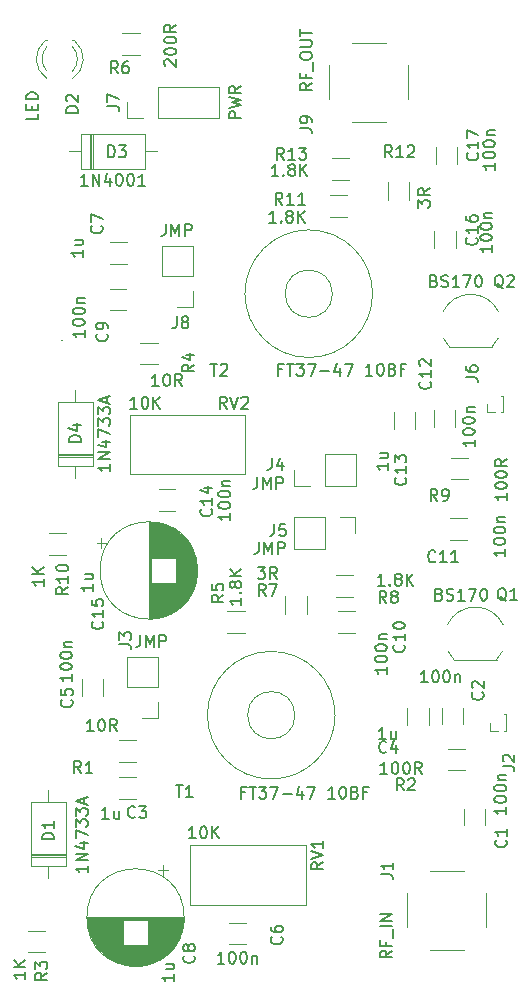
<source format=gbr>
%TF.GenerationSoftware,KiCad,Pcbnew,(6.0.7)*%
%TF.CreationDate,2023-01-23T16:12:41-05:00*%
%TF.ProjectId,Phoenix612_Stage_2_PA_Testing_v2.kicad_pro,50686f65-6e69-4783-9631-325f53746167,rev?*%
%TF.SameCoordinates,Original*%
%TF.FileFunction,Legend,Top*%
%TF.FilePolarity,Positive*%
%FSLAX46Y46*%
G04 Gerber Fmt 4.6, Leading zero omitted, Abs format (unit mm)*
G04 Created by KiCad (PCBNEW (6.0.7)) date 2023-01-23 16:12:41*
%MOMM*%
%LPD*%
G01*
G04 APERTURE LIST*
%ADD10C,0.200000*%
%ADD11C,0.150000*%
%ADD12C,0.120000*%
G04 APERTURE END LIST*
D10*
X78349350Y-89979500D02*
G75*
G03*
X78349350Y-89979500I-1J0D01*
G01*
D11*
%TO.C,T2*%
X90922444Y-91908380D02*
X91493872Y-91908380D01*
X91208158Y-92908380D02*
X91208158Y-91908380D01*
X91779587Y-92003619D02*
X91827206Y-91956000D01*
X91922444Y-91908380D01*
X92160539Y-91908380D01*
X92255777Y-91956000D01*
X92303396Y-92003619D01*
X92351015Y-92098857D01*
X92351015Y-92194095D01*
X92303396Y-92336952D01*
X91731968Y-92908380D01*
X92351015Y-92908380D01*
X97011039Y-92384571D02*
X96677706Y-92384571D01*
X96677706Y-92908380D02*
X96677706Y-91908380D01*
X97153896Y-91908380D01*
X97391991Y-91908380D02*
X97963420Y-91908380D01*
X97677706Y-92908380D02*
X97677706Y-91908380D01*
X98201515Y-91908380D02*
X98820563Y-91908380D01*
X98487229Y-92289333D01*
X98630087Y-92289333D01*
X98725325Y-92336952D01*
X98772944Y-92384571D01*
X98820563Y-92479809D01*
X98820563Y-92717904D01*
X98772944Y-92813142D01*
X98725325Y-92860761D01*
X98630087Y-92908380D01*
X98344372Y-92908380D01*
X98249134Y-92860761D01*
X98201515Y-92813142D01*
X99153896Y-91908380D02*
X99820563Y-91908380D01*
X99391991Y-92908380D01*
X100201515Y-92527428D02*
X100963420Y-92527428D01*
X101868182Y-92241714D02*
X101868182Y-92908380D01*
X101630087Y-91860761D02*
X101391991Y-92575047D01*
X102011039Y-92575047D01*
X102296753Y-91908380D02*
X102963420Y-91908380D01*
X102534849Y-92908380D01*
X104630087Y-92908380D02*
X104058658Y-92908380D01*
X104344372Y-92908380D02*
X104344372Y-91908380D01*
X104249134Y-92051238D01*
X104153896Y-92146476D01*
X104058658Y-92194095D01*
X105249134Y-91908380D02*
X105344372Y-91908380D01*
X105439610Y-91956000D01*
X105487229Y-92003619D01*
X105534849Y-92098857D01*
X105582468Y-92289333D01*
X105582468Y-92527428D01*
X105534849Y-92717904D01*
X105487229Y-92813142D01*
X105439610Y-92860761D01*
X105344372Y-92908380D01*
X105249134Y-92908380D01*
X105153896Y-92860761D01*
X105106277Y-92813142D01*
X105058658Y-92717904D01*
X105011039Y-92527428D01*
X105011039Y-92289333D01*
X105058658Y-92098857D01*
X105106277Y-92003619D01*
X105153896Y-91956000D01*
X105249134Y-91908380D01*
X106344372Y-92384571D02*
X106487229Y-92432190D01*
X106534849Y-92479809D01*
X106582468Y-92575047D01*
X106582468Y-92717904D01*
X106534849Y-92813142D01*
X106487229Y-92860761D01*
X106391991Y-92908380D01*
X106011039Y-92908380D01*
X106011039Y-91908380D01*
X106344372Y-91908380D01*
X106439610Y-91956000D01*
X106487229Y-92003619D01*
X106534849Y-92098857D01*
X106534849Y-92194095D01*
X106487229Y-92289333D01*
X106439610Y-92336952D01*
X106344372Y-92384571D01*
X106011039Y-92384571D01*
X107344372Y-92384571D02*
X107011039Y-92384571D01*
X107011039Y-92908380D02*
X107011039Y-91908380D01*
X107487229Y-91908380D01*
%TO.C,T1*%
X88001444Y-127595380D02*
X88572872Y-127595380D01*
X88287158Y-128595380D02*
X88287158Y-127595380D01*
X89430015Y-128595380D02*
X88858587Y-128595380D01*
X89144301Y-128595380D02*
X89144301Y-127595380D01*
X89049063Y-127738238D01*
X88953825Y-127833476D01*
X88858587Y-127881095D01*
X93836039Y-128198571D02*
X93502706Y-128198571D01*
X93502706Y-128722380D02*
X93502706Y-127722380D01*
X93978896Y-127722380D01*
X94216991Y-127722380D02*
X94788420Y-127722380D01*
X94502706Y-128722380D02*
X94502706Y-127722380D01*
X95026515Y-127722380D02*
X95645563Y-127722380D01*
X95312229Y-128103333D01*
X95455087Y-128103333D01*
X95550325Y-128150952D01*
X95597944Y-128198571D01*
X95645563Y-128293809D01*
X95645563Y-128531904D01*
X95597944Y-128627142D01*
X95550325Y-128674761D01*
X95455087Y-128722380D01*
X95169372Y-128722380D01*
X95074134Y-128674761D01*
X95026515Y-128627142D01*
X95978896Y-127722380D02*
X96645563Y-127722380D01*
X96216991Y-128722380D01*
X97026515Y-128341428D02*
X97788420Y-128341428D01*
X98693182Y-128055714D02*
X98693182Y-128722380D01*
X98455087Y-127674761D02*
X98216991Y-128389047D01*
X98836039Y-128389047D01*
X99121753Y-127722380D02*
X99788420Y-127722380D01*
X99359849Y-128722380D01*
X101455087Y-128722380D02*
X100883658Y-128722380D01*
X101169372Y-128722380D02*
X101169372Y-127722380D01*
X101074134Y-127865238D01*
X100978896Y-127960476D01*
X100883658Y-128008095D01*
X102074134Y-127722380D02*
X102169372Y-127722380D01*
X102264610Y-127770000D01*
X102312229Y-127817619D01*
X102359849Y-127912857D01*
X102407468Y-128103333D01*
X102407468Y-128341428D01*
X102359849Y-128531904D01*
X102312229Y-128627142D01*
X102264610Y-128674761D01*
X102169372Y-128722380D01*
X102074134Y-128722380D01*
X101978896Y-128674761D01*
X101931277Y-128627142D01*
X101883658Y-128531904D01*
X101836039Y-128341428D01*
X101836039Y-128103333D01*
X101883658Y-127912857D01*
X101931277Y-127817619D01*
X101978896Y-127770000D01*
X102074134Y-127722380D01*
X103169372Y-128198571D02*
X103312229Y-128246190D01*
X103359849Y-128293809D01*
X103407468Y-128389047D01*
X103407468Y-128531904D01*
X103359849Y-128627142D01*
X103312229Y-128674761D01*
X103216991Y-128722380D01*
X102836039Y-128722380D01*
X102836039Y-127722380D01*
X103169372Y-127722380D01*
X103264610Y-127770000D01*
X103312229Y-127817619D01*
X103359849Y-127912857D01*
X103359849Y-128008095D01*
X103312229Y-128103333D01*
X103264610Y-128150952D01*
X103169372Y-128198571D01*
X102836039Y-128198571D01*
X104169372Y-128198571D02*
X103836039Y-128198571D01*
X103836039Y-128722380D02*
X103836039Y-127722380D01*
X104312229Y-127722380D01*
%TO.C,RV2*%
X92295610Y-95702380D02*
X91962277Y-95226190D01*
X91724182Y-95702380D02*
X91724182Y-94702380D01*
X92105134Y-94702380D01*
X92200372Y-94750000D01*
X92247991Y-94797619D01*
X92295610Y-94892857D01*
X92295610Y-95035714D01*
X92247991Y-95130952D01*
X92200372Y-95178571D01*
X92105134Y-95226190D01*
X91724182Y-95226190D01*
X92581325Y-94702380D02*
X92914658Y-95702380D01*
X93247991Y-94702380D01*
X93533706Y-94797619D02*
X93581325Y-94750000D01*
X93676563Y-94702380D01*
X93914658Y-94702380D01*
X94009896Y-94750000D01*
X94057515Y-94797619D01*
X94105134Y-94892857D01*
X94105134Y-94988095D01*
X94057515Y-95130952D01*
X93486087Y-95702380D01*
X94105134Y-95702380D01*
X84707372Y-95702380D02*
X84135944Y-95702380D01*
X84421658Y-95702380D02*
X84421658Y-94702380D01*
X84326420Y-94845238D01*
X84231182Y-94940476D01*
X84135944Y-94988095D01*
X85326420Y-94702380D02*
X85421658Y-94702380D01*
X85516896Y-94750000D01*
X85564515Y-94797619D01*
X85612134Y-94892857D01*
X85659753Y-95083333D01*
X85659753Y-95321428D01*
X85612134Y-95511904D01*
X85564515Y-95607142D01*
X85516896Y-95654761D01*
X85421658Y-95702380D01*
X85326420Y-95702380D01*
X85231182Y-95654761D01*
X85183563Y-95607142D01*
X85135944Y-95511904D01*
X85088325Y-95321428D01*
X85088325Y-95083333D01*
X85135944Y-94892857D01*
X85183563Y-94797619D01*
X85231182Y-94750000D01*
X85326420Y-94702380D01*
X86088325Y-95702380D02*
X86088325Y-94702380D01*
X86659753Y-95702380D02*
X86231182Y-95130952D01*
X86659753Y-94702380D02*
X86088325Y-95273809D01*
%TO.C,RV1*%
X100455229Y-134135738D02*
X99979039Y-134469071D01*
X100455229Y-134707166D02*
X99455229Y-134707166D01*
X99455229Y-134326214D01*
X99502849Y-134230976D01*
X99550468Y-134183357D01*
X99645706Y-134135738D01*
X99788563Y-134135738D01*
X99883801Y-134183357D01*
X99931420Y-134230976D01*
X99979039Y-134326214D01*
X99979039Y-134707166D01*
X99455229Y-133850023D02*
X100455229Y-133516690D01*
X99455229Y-133183357D01*
X100455229Y-132326214D02*
X100455229Y-132897642D01*
X100455229Y-132611928D02*
X99455229Y-132611928D01*
X99598087Y-132707166D01*
X99693325Y-132802404D01*
X99740944Y-132897642D01*
X89660372Y-132087880D02*
X89088944Y-132087880D01*
X89374658Y-132087880D02*
X89374658Y-131087880D01*
X89279420Y-131230738D01*
X89184182Y-131325976D01*
X89088944Y-131373595D01*
X90279420Y-131087880D02*
X90374658Y-131087880D01*
X90469896Y-131135500D01*
X90517515Y-131183119D01*
X90565134Y-131278357D01*
X90612753Y-131468833D01*
X90612753Y-131706928D01*
X90565134Y-131897404D01*
X90517515Y-131992642D01*
X90469896Y-132040261D01*
X90374658Y-132087880D01*
X90279420Y-132087880D01*
X90184182Y-132040261D01*
X90136563Y-131992642D01*
X90088944Y-131897404D01*
X90041325Y-131706928D01*
X90041325Y-131468833D01*
X90088944Y-131278357D01*
X90136563Y-131183119D01*
X90184182Y-131135500D01*
X90279420Y-131087880D01*
X91041325Y-132087880D02*
X91041325Y-131087880D01*
X91612753Y-132087880D02*
X91184182Y-131516452D01*
X91612753Y-131087880D02*
X91041325Y-131659309D01*
%TO.C,R6*%
X83072182Y-67317880D02*
X82738849Y-66841690D01*
X82500753Y-67317880D02*
X82500753Y-66317880D01*
X82881706Y-66317880D01*
X82976944Y-66365500D01*
X83024563Y-66413119D01*
X83072182Y-66508357D01*
X83072182Y-66651214D01*
X83024563Y-66746452D01*
X82976944Y-66794071D01*
X82881706Y-66841690D01*
X82500753Y-66841690D01*
X83929325Y-66317880D02*
X83738849Y-66317880D01*
X83643610Y-66365500D01*
X83595991Y-66413119D01*
X83500753Y-66555976D01*
X83453134Y-66746452D01*
X83453134Y-67127404D01*
X83500753Y-67222642D01*
X83548372Y-67270261D01*
X83643610Y-67317880D01*
X83834087Y-67317880D01*
X83929325Y-67270261D01*
X83976944Y-67222642D01*
X84024563Y-67127404D01*
X84024563Y-66889309D01*
X83976944Y-66794071D01*
X83929325Y-66746452D01*
X83834087Y-66698833D01*
X83643610Y-66698833D01*
X83548372Y-66746452D01*
X83500753Y-66794071D01*
X83453134Y-66889309D01*
X87104468Y-66698595D02*
X87056849Y-66650976D01*
X87009229Y-66555738D01*
X87009229Y-66317642D01*
X87056849Y-66222404D01*
X87104468Y-66174785D01*
X87199706Y-66127166D01*
X87294944Y-66127166D01*
X87437801Y-66174785D01*
X88009229Y-66746214D01*
X88009229Y-66127166D01*
X87009229Y-65508119D02*
X87009229Y-65412880D01*
X87056849Y-65317642D01*
X87104468Y-65270023D01*
X87199706Y-65222404D01*
X87390182Y-65174785D01*
X87628277Y-65174785D01*
X87818753Y-65222404D01*
X87913991Y-65270023D01*
X87961610Y-65317642D01*
X88009229Y-65412880D01*
X88009229Y-65508119D01*
X87961610Y-65603357D01*
X87913991Y-65650976D01*
X87818753Y-65698595D01*
X87628277Y-65746214D01*
X87390182Y-65746214D01*
X87199706Y-65698595D01*
X87104468Y-65650976D01*
X87056849Y-65603357D01*
X87009229Y-65508119D01*
X87009229Y-64555738D02*
X87009229Y-64460500D01*
X87056849Y-64365261D01*
X87104468Y-64317642D01*
X87199706Y-64270023D01*
X87390182Y-64222404D01*
X87628277Y-64222404D01*
X87818753Y-64270023D01*
X87913991Y-64317642D01*
X87961610Y-64365261D01*
X88009229Y-64460500D01*
X88009229Y-64555738D01*
X87961610Y-64650976D01*
X87913991Y-64698595D01*
X87818753Y-64746214D01*
X87628277Y-64793833D01*
X87390182Y-64793833D01*
X87199706Y-64746214D01*
X87104468Y-64698595D01*
X87056849Y-64650976D01*
X87009229Y-64555738D01*
X88009229Y-63222404D02*
X87533039Y-63555738D01*
X88009229Y-63793833D02*
X87009229Y-63793833D01*
X87009229Y-63412880D01*
X87056849Y-63317642D01*
X87104468Y-63270023D01*
X87199706Y-63222404D01*
X87342563Y-63222404D01*
X87437801Y-63270023D01*
X87485420Y-63317642D01*
X87533039Y-63412880D01*
X87533039Y-63793833D01*
%TO.C,R13*%
X97137491Y-74620380D02*
X96804158Y-74144190D01*
X96566063Y-74620380D02*
X96566063Y-73620380D01*
X96947015Y-73620380D01*
X97042253Y-73668000D01*
X97089872Y-73715619D01*
X97137491Y-73810857D01*
X97137491Y-73953714D01*
X97089872Y-74048952D01*
X97042253Y-74096571D01*
X96947015Y-74144190D01*
X96566063Y-74144190D01*
X98089872Y-74620380D02*
X97518444Y-74620380D01*
X97804158Y-74620380D02*
X97804158Y-73620380D01*
X97708920Y-73763238D01*
X97613682Y-73858476D01*
X97518444Y-73906095D01*
X98423206Y-73620380D02*
X99042253Y-73620380D01*
X98708920Y-74001333D01*
X98851777Y-74001333D01*
X98947015Y-74048952D01*
X98994634Y-74096571D01*
X99042253Y-74191809D01*
X99042253Y-74429904D01*
X98994634Y-74525142D01*
X98947015Y-74572761D01*
X98851777Y-74620380D01*
X98566063Y-74620380D01*
X98470825Y-74572761D01*
X98423206Y-74525142D01*
X96661277Y-76017380D02*
X96089849Y-76017380D01*
X96375563Y-76017380D02*
X96375563Y-75017380D01*
X96280325Y-75160238D01*
X96185087Y-75255476D01*
X96089849Y-75303095D01*
X97089849Y-75922142D02*
X97137468Y-75969761D01*
X97089849Y-76017380D01*
X97042229Y-75969761D01*
X97089849Y-75922142D01*
X97089849Y-76017380D01*
X97708896Y-75445952D02*
X97613658Y-75398333D01*
X97566039Y-75350714D01*
X97518420Y-75255476D01*
X97518420Y-75207857D01*
X97566039Y-75112619D01*
X97613658Y-75065000D01*
X97708896Y-75017380D01*
X97899372Y-75017380D01*
X97994610Y-75065000D01*
X98042229Y-75112619D01*
X98089849Y-75207857D01*
X98089849Y-75255476D01*
X98042229Y-75350714D01*
X97994610Y-75398333D01*
X97899372Y-75445952D01*
X97708896Y-75445952D01*
X97613658Y-75493571D01*
X97566039Y-75541190D01*
X97518420Y-75636428D01*
X97518420Y-75826904D01*
X97566039Y-75922142D01*
X97613658Y-75969761D01*
X97708896Y-76017380D01*
X97899372Y-76017380D01*
X97994610Y-75969761D01*
X98042229Y-75922142D01*
X98089849Y-75826904D01*
X98089849Y-75636428D01*
X98042229Y-75541190D01*
X97994610Y-75493571D01*
X97899372Y-75445952D01*
X98518420Y-76017380D02*
X98518420Y-75017380D01*
X99089849Y-76017380D02*
X98661277Y-75445952D01*
X99089849Y-75017380D02*
X98518420Y-75588809D01*
%TO.C,R12*%
X106281491Y-74429880D02*
X105948158Y-73953690D01*
X105710063Y-74429880D02*
X105710063Y-73429880D01*
X106091015Y-73429880D01*
X106186253Y-73477500D01*
X106233872Y-73525119D01*
X106281491Y-73620357D01*
X106281491Y-73763214D01*
X106233872Y-73858452D01*
X106186253Y-73906071D01*
X106091015Y-73953690D01*
X105710063Y-73953690D01*
X107233872Y-74429880D02*
X106662444Y-74429880D01*
X106948158Y-74429880D02*
X106948158Y-73429880D01*
X106852920Y-73572738D01*
X106757682Y-73667976D01*
X106662444Y-73715595D01*
X107614825Y-73525119D02*
X107662444Y-73477500D01*
X107757682Y-73429880D01*
X107995777Y-73429880D01*
X108091015Y-73477500D01*
X108138634Y-73525119D01*
X108186253Y-73620357D01*
X108186253Y-73715595D01*
X108138634Y-73858452D01*
X107567206Y-74429880D01*
X108186253Y-74429880D01*
X108472229Y-78684333D02*
X108472229Y-78065285D01*
X108853182Y-78398619D01*
X108853182Y-78255761D01*
X108900801Y-78160523D01*
X108948420Y-78112904D01*
X109043658Y-78065285D01*
X109281753Y-78065285D01*
X109376991Y-78112904D01*
X109424610Y-78160523D01*
X109472229Y-78255761D01*
X109472229Y-78541476D01*
X109424610Y-78636714D01*
X109376991Y-78684333D01*
X109472229Y-77065285D02*
X108996039Y-77398619D01*
X109472229Y-77636714D02*
X108472229Y-77636714D01*
X108472229Y-77255761D01*
X108519849Y-77160523D01*
X108567468Y-77112904D01*
X108662706Y-77065285D01*
X108805563Y-77065285D01*
X108900801Y-77112904D01*
X108948420Y-77160523D01*
X108996039Y-77255761D01*
X108996039Y-77636714D01*
%TO.C,R11*%
X97010491Y-78430380D02*
X96677158Y-77954190D01*
X96439063Y-78430380D02*
X96439063Y-77430380D01*
X96820015Y-77430380D01*
X96915253Y-77478000D01*
X96962872Y-77525619D01*
X97010491Y-77620857D01*
X97010491Y-77763714D01*
X96962872Y-77858952D01*
X96915253Y-77906571D01*
X96820015Y-77954190D01*
X96439063Y-77954190D01*
X97962872Y-78430380D02*
X97391444Y-78430380D01*
X97677158Y-78430380D02*
X97677158Y-77430380D01*
X97581920Y-77573238D01*
X97486682Y-77668476D01*
X97391444Y-77716095D01*
X98915253Y-78430380D02*
X98343825Y-78430380D01*
X98629539Y-78430380D02*
X98629539Y-77430380D01*
X98534301Y-77573238D01*
X98439063Y-77668476D01*
X98343825Y-77716095D01*
X96470777Y-79954380D02*
X95899349Y-79954380D01*
X96185063Y-79954380D02*
X96185063Y-78954380D01*
X96089825Y-79097238D01*
X95994587Y-79192476D01*
X95899349Y-79240095D01*
X96899349Y-79859142D02*
X96946968Y-79906761D01*
X96899349Y-79954380D01*
X96851729Y-79906761D01*
X96899349Y-79859142D01*
X96899349Y-79954380D01*
X97518396Y-79382952D02*
X97423158Y-79335333D01*
X97375539Y-79287714D01*
X97327920Y-79192476D01*
X97327920Y-79144857D01*
X97375539Y-79049619D01*
X97423158Y-79002000D01*
X97518396Y-78954380D01*
X97708872Y-78954380D01*
X97804110Y-79002000D01*
X97851729Y-79049619D01*
X97899349Y-79144857D01*
X97899349Y-79192476D01*
X97851729Y-79287714D01*
X97804110Y-79335333D01*
X97708872Y-79382952D01*
X97518396Y-79382952D01*
X97423158Y-79430571D01*
X97375539Y-79478190D01*
X97327920Y-79573428D01*
X97327920Y-79763904D01*
X97375539Y-79859142D01*
X97423158Y-79906761D01*
X97518396Y-79954380D01*
X97708872Y-79954380D01*
X97804110Y-79906761D01*
X97851729Y-79859142D01*
X97899349Y-79763904D01*
X97899349Y-79573428D01*
X97851729Y-79478190D01*
X97804110Y-79430571D01*
X97708872Y-79382952D01*
X98327920Y-79954380D02*
X98327920Y-78954380D01*
X98899349Y-79954380D02*
X98470777Y-79382952D01*
X98899349Y-78954380D02*
X98327920Y-79525809D01*
%TO.C,R8*%
X105805182Y-112148880D02*
X105471849Y-111672690D01*
X105233753Y-112148880D02*
X105233753Y-111148880D01*
X105614706Y-111148880D01*
X105709944Y-111196500D01*
X105757563Y-111244119D01*
X105805182Y-111339357D01*
X105805182Y-111482214D01*
X105757563Y-111577452D01*
X105709944Y-111625071D01*
X105614706Y-111672690D01*
X105233753Y-111672690D01*
X106376610Y-111577452D02*
X106281372Y-111529833D01*
X106233753Y-111482214D01*
X106186134Y-111386976D01*
X106186134Y-111339357D01*
X106233753Y-111244119D01*
X106281372Y-111196500D01*
X106376610Y-111148880D01*
X106567087Y-111148880D01*
X106662325Y-111196500D01*
X106709944Y-111244119D01*
X106757563Y-111339357D01*
X106757563Y-111386976D01*
X106709944Y-111482214D01*
X106662325Y-111529833D01*
X106567087Y-111577452D01*
X106376610Y-111577452D01*
X106281372Y-111625071D01*
X106233753Y-111672690D01*
X106186134Y-111767928D01*
X106186134Y-111958404D01*
X106233753Y-112053642D01*
X106281372Y-112101261D01*
X106376610Y-112148880D01*
X106567087Y-112148880D01*
X106662325Y-112101261D01*
X106709944Y-112053642D01*
X106757563Y-111958404D01*
X106757563Y-111767928D01*
X106709944Y-111672690D01*
X106662325Y-111625071D01*
X106567087Y-111577452D01*
X105678277Y-110688380D02*
X105106849Y-110688380D01*
X105392563Y-110688380D02*
X105392563Y-109688380D01*
X105297325Y-109831238D01*
X105202087Y-109926476D01*
X105106849Y-109974095D01*
X106106849Y-110593142D02*
X106154468Y-110640761D01*
X106106849Y-110688380D01*
X106059229Y-110640761D01*
X106106849Y-110593142D01*
X106106849Y-110688380D01*
X106725896Y-110116952D02*
X106630658Y-110069333D01*
X106583039Y-110021714D01*
X106535420Y-109926476D01*
X106535420Y-109878857D01*
X106583039Y-109783619D01*
X106630658Y-109736000D01*
X106725896Y-109688380D01*
X106916372Y-109688380D01*
X107011610Y-109736000D01*
X107059229Y-109783619D01*
X107106849Y-109878857D01*
X107106849Y-109926476D01*
X107059229Y-110021714D01*
X107011610Y-110069333D01*
X106916372Y-110116952D01*
X106725896Y-110116952D01*
X106630658Y-110164571D01*
X106583039Y-110212190D01*
X106535420Y-110307428D01*
X106535420Y-110497904D01*
X106583039Y-110593142D01*
X106630658Y-110640761D01*
X106725896Y-110688380D01*
X106916372Y-110688380D01*
X107011610Y-110640761D01*
X107059229Y-110593142D01*
X107106849Y-110497904D01*
X107106849Y-110307428D01*
X107059229Y-110212190D01*
X107011610Y-110164571D01*
X106916372Y-110116952D01*
X107535420Y-110688380D02*
X107535420Y-109688380D01*
X108106849Y-110688380D02*
X107678277Y-110116952D01*
X108106849Y-109688380D02*
X107535420Y-110259809D01*
%TO.C,R7*%
X95581682Y-111577380D02*
X95248349Y-111101190D01*
X95010253Y-111577380D02*
X95010253Y-110577380D01*
X95391206Y-110577380D01*
X95486444Y-110625000D01*
X95534063Y-110672619D01*
X95581682Y-110767857D01*
X95581682Y-110910714D01*
X95534063Y-111005952D01*
X95486444Y-111053571D01*
X95391206Y-111101190D01*
X95010253Y-111101190D01*
X95915015Y-110577380D02*
X96581682Y-110577380D01*
X96153110Y-111577380D01*
X94915015Y-109116880D02*
X95534063Y-109116880D01*
X95200729Y-109497833D01*
X95343587Y-109497833D01*
X95438825Y-109545452D01*
X95486444Y-109593071D01*
X95534063Y-109688309D01*
X95534063Y-109926404D01*
X95486444Y-110021642D01*
X95438825Y-110069261D01*
X95343587Y-110116880D01*
X95057872Y-110116880D01*
X94962634Y-110069261D01*
X94915015Y-110021642D01*
X96534063Y-110116880D02*
X96200729Y-109640690D01*
X95962634Y-110116880D02*
X95962634Y-109116880D01*
X96343587Y-109116880D01*
X96438825Y-109164500D01*
X96486444Y-109212119D01*
X96534063Y-109307357D01*
X96534063Y-109450214D01*
X96486444Y-109545452D01*
X96438825Y-109593071D01*
X96343587Y-109640690D01*
X95962634Y-109640690D01*
%TO.C,R5*%
X92009729Y-111482166D02*
X91533539Y-111815500D01*
X92009729Y-112053595D02*
X91009729Y-112053595D01*
X91009729Y-111672642D01*
X91057349Y-111577404D01*
X91104968Y-111529785D01*
X91200206Y-111482166D01*
X91343063Y-111482166D01*
X91438301Y-111529785D01*
X91485920Y-111577404D01*
X91533539Y-111672642D01*
X91533539Y-112053595D01*
X91009729Y-110577404D02*
X91009729Y-111053595D01*
X91485920Y-111101214D01*
X91438301Y-111053595D01*
X91390682Y-110958357D01*
X91390682Y-110720261D01*
X91438301Y-110625023D01*
X91485920Y-110577404D01*
X91581158Y-110529785D01*
X91819253Y-110529785D01*
X91914491Y-110577404D01*
X91962110Y-110625023D01*
X92009729Y-110720261D01*
X92009729Y-110958357D01*
X91962110Y-111053595D01*
X91914491Y-111101214D01*
X93533729Y-111736071D02*
X93533729Y-112307500D01*
X93533729Y-112021785D02*
X92533729Y-112021785D01*
X92676587Y-112117023D01*
X92771825Y-112212261D01*
X92819444Y-112307500D01*
X93438491Y-111307500D02*
X93486110Y-111259880D01*
X93533729Y-111307500D01*
X93486110Y-111355119D01*
X93438491Y-111307500D01*
X93533729Y-111307500D01*
X92962301Y-110688452D02*
X92914682Y-110783690D01*
X92867063Y-110831309D01*
X92771825Y-110878928D01*
X92724206Y-110878928D01*
X92628968Y-110831309D01*
X92581349Y-110783690D01*
X92533729Y-110688452D01*
X92533729Y-110497976D01*
X92581349Y-110402738D01*
X92628968Y-110355119D01*
X92724206Y-110307500D01*
X92771825Y-110307500D01*
X92867063Y-110355119D01*
X92914682Y-110402738D01*
X92962301Y-110497976D01*
X92962301Y-110688452D01*
X93009920Y-110783690D01*
X93057539Y-110831309D01*
X93152777Y-110878928D01*
X93343253Y-110878928D01*
X93438491Y-110831309D01*
X93486110Y-110783690D01*
X93533729Y-110688452D01*
X93533729Y-110497976D01*
X93486110Y-110402738D01*
X93438491Y-110355119D01*
X93343253Y-110307500D01*
X93152777Y-110307500D01*
X93057539Y-110355119D01*
X93009920Y-110402738D01*
X92962301Y-110497976D01*
X93533729Y-109878928D02*
X92533729Y-109878928D01*
X93533729Y-109307500D02*
X92962301Y-109736071D01*
X92533729Y-109307500D02*
X93105158Y-109878928D01*
%TO.C,R4*%
X89533229Y-91987666D02*
X89057039Y-92321000D01*
X89533229Y-92559095D02*
X88533229Y-92559095D01*
X88533229Y-92178142D01*
X88580849Y-92082904D01*
X88628468Y-92035285D01*
X88723706Y-91987666D01*
X88866563Y-91987666D01*
X88961801Y-92035285D01*
X89009420Y-92082904D01*
X89057039Y-92178142D01*
X89057039Y-92559095D01*
X88866563Y-91130523D02*
X89533229Y-91130523D01*
X88485610Y-91368619D02*
X89199896Y-91606714D01*
X89199896Y-90987666D01*
X86548872Y-93797380D02*
X85977444Y-93797380D01*
X86263158Y-93797380D02*
X86263158Y-92797380D01*
X86167920Y-92940238D01*
X86072682Y-93035476D01*
X85977444Y-93083095D01*
X87167920Y-92797380D02*
X87263158Y-92797380D01*
X87358396Y-92845000D01*
X87406015Y-92892619D01*
X87453634Y-92987857D01*
X87501253Y-93178333D01*
X87501253Y-93416428D01*
X87453634Y-93606904D01*
X87406015Y-93702142D01*
X87358396Y-93749761D01*
X87263158Y-93797380D01*
X87167920Y-93797380D01*
X87072682Y-93749761D01*
X87025063Y-93702142D01*
X86977444Y-93606904D01*
X86929825Y-93416428D01*
X86929825Y-93178333D01*
X86977444Y-92987857D01*
X87025063Y-92892619D01*
X87072682Y-92845000D01*
X87167920Y-92797380D01*
X88501253Y-93797380D02*
X88167920Y-93321190D01*
X87929825Y-93797380D02*
X87929825Y-92797380D01*
X88310777Y-92797380D01*
X88406015Y-92845000D01*
X88453634Y-92892619D01*
X88501253Y-92987857D01*
X88501253Y-93130714D01*
X88453634Y-93225952D01*
X88406015Y-93273571D01*
X88310777Y-93321190D01*
X87929825Y-93321190D01*
%TO.C,R10*%
X78865229Y-110815357D02*
X78389039Y-111148690D01*
X78865229Y-111386785D02*
X77865229Y-111386785D01*
X77865229Y-111005833D01*
X77912849Y-110910595D01*
X77960468Y-110862976D01*
X78055706Y-110815357D01*
X78198563Y-110815357D01*
X78293801Y-110862976D01*
X78341420Y-110910595D01*
X78389039Y-111005833D01*
X78389039Y-111386785D01*
X78865229Y-109862976D02*
X78865229Y-110434404D01*
X78865229Y-110148690D02*
X77865229Y-110148690D01*
X78008087Y-110243928D01*
X78103325Y-110339166D01*
X78150944Y-110434404D01*
X77865229Y-109243928D02*
X77865229Y-109148690D01*
X77912849Y-109053452D01*
X77960468Y-109005833D01*
X78055706Y-108958214D01*
X78246182Y-108910595D01*
X78484277Y-108910595D01*
X78674753Y-108958214D01*
X78769991Y-109005833D01*
X78817610Y-109053452D01*
X78865229Y-109148690D01*
X78865229Y-109243928D01*
X78817610Y-109339166D01*
X78769991Y-109386785D01*
X78674753Y-109434404D01*
X78484277Y-109482023D01*
X78246182Y-109482023D01*
X78055706Y-109434404D01*
X77960468Y-109386785D01*
X77912849Y-109339166D01*
X77865229Y-109243928D01*
X76833229Y-110132785D02*
X76833229Y-110704214D01*
X76833229Y-110418500D02*
X75833229Y-110418500D01*
X75976087Y-110513738D01*
X76071325Y-110608976D01*
X76118944Y-110704214D01*
X76833229Y-109704214D02*
X75833229Y-109704214D01*
X76833229Y-109132785D02*
X76261801Y-109561357D01*
X75833229Y-109132785D02*
X76404658Y-109704214D01*
%TO.C,R1*%
X79960682Y-126563380D02*
X79627349Y-126087190D01*
X79389253Y-126563380D02*
X79389253Y-125563380D01*
X79770206Y-125563380D01*
X79865444Y-125611000D01*
X79913063Y-125658619D01*
X79960682Y-125753857D01*
X79960682Y-125896714D01*
X79913063Y-125991952D01*
X79865444Y-126039571D01*
X79770206Y-126087190D01*
X79389253Y-126087190D01*
X80913063Y-126563380D02*
X80341634Y-126563380D01*
X80627349Y-126563380D02*
X80627349Y-125563380D01*
X80532110Y-125706238D01*
X80436872Y-125801476D01*
X80341634Y-125849095D01*
X81024372Y-123007380D02*
X80452944Y-123007380D01*
X80738658Y-123007380D02*
X80738658Y-122007380D01*
X80643420Y-122150238D01*
X80548182Y-122245476D01*
X80452944Y-122293095D01*
X81643420Y-122007380D02*
X81738658Y-122007380D01*
X81833896Y-122055000D01*
X81881515Y-122102619D01*
X81929134Y-122197857D01*
X81976753Y-122388333D01*
X81976753Y-122626428D01*
X81929134Y-122816904D01*
X81881515Y-122912142D01*
X81833896Y-122959761D01*
X81738658Y-123007380D01*
X81643420Y-123007380D01*
X81548182Y-122959761D01*
X81500563Y-122912142D01*
X81452944Y-122816904D01*
X81405325Y-122626428D01*
X81405325Y-122388333D01*
X81452944Y-122197857D01*
X81500563Y-122102619D01*
X81548182Y-122055000D01*
X81643420Y-122007380D01*
X82976753Y-123007380D02*
X82643420Y-122531190D01*
X82405325Y-123007380D02*
X82405325Y-122007380D01*
X82786277Y-122007380D01*
X82881515Y-122055000D01*
X82929134Y-122102619D01*
X82976753Y-122197857D01*
X82976753Y-122340714D01*
X82929134Y-122435952D01*
X82881515Y-122483571D01*
X82786277Y-122531190D01*
X82405325Y-122531190D01*
%TO.C,R9*%
X110123182Y-103512880D02*
X109789849Y-103036690D01*
X109551753Y-103512880D02*
X109551753Y-102512880D01*
X109932706Y-102512880D01*
X110027944Y-102560500D01*
X110075563Y-102608119D01*
X110123182Y-102703357D01*
X110123182Y-102846214D01*
X110075563Y-102941452D01*
X110027944Y-102989071D01*
X109932706Y-103036690D01*
X109551753Y-103036690D01*
X110599372Y-103512880D02*
X110789849Y-103512880D01*
X110885087Y-103465261D01*
X110932706Y-103417642D01*
X111027944Y-103274785D01*
X111075563Y-103084309D01*
X111075563Y-102703357D01*
X111027944Y-102608119D01*
X110980325Y-102560500D01*
X110885087Y-102512880D01*
X110694610Y-102512880D01*
X110599372Y-102560500D01*
X110551753Y-102608119D01*
X110504134Y-102703357D01*
X110504134Y-102941452D01*
X110551753Y-103036690D01*
X110599372Y-103084309D01*
X110694610Y-103131928D01*
X110885087Y-103131928D01*
X110980325Y-103084309D01*
X111027944Y-103036690D01*
X111075563Y-102941452D01*
X116012729Y-102893666D02*
X116012729Y-103465095D01*
X116012729Y-103179380D02*
X115012729Y-103179380D01*
X115155587Y-103274619D01*
X115250825Y-103369857D01*
X115298444Y-103465095D01*
X115012729Y-102274619D02*
X115012729Y-102179380D01*
X115060349Y-102084142D01*
X115107968Y-102036523D01*
X115203206Y-101988904D01*
X115393682Y-101941285D01*
X115631777Y-101941285D01*
X115822253Y-101988904D01*
X115917491Y-102036523D01*
X115965110Y-102084142D01*
X116012729Y-102179380D01*
X116012729Y-102274619D01*
X115965110Y-102369857D01*
X115917491Y-102417476D01*
X115822253Y-102465095D01*
X115631777Y-102512714D01*
X115393682Y-102512714D01*
X115203206Y-102465095D01*
X115107968Y-102417476D01*
X115060349Y-102369857D01*
X115012729Y-102274619D01*
X115012729Y-101322238D02*
X115012729Y-101227000D01*
X115060349Y-101131761D01*
X115107968Y-101084142D01*
X115203206Y-101036523D01*
X115393682Y-100988904D01*
X115631777Y-100988904D01*
X115822253Y-101036523D01*
X115917491Y-101084142D01*
X115965110Y-101131761D01*
X116012729Y-101227000D01*
X116012729Y-101322238D01*
X115965110Y-101417476D01*
X115917491Y-101465095D01*
X115822253Y-101512714D01*
X115631777Y-101560333D01*
X115393682Y-101560333D01*
X115203206Y-101512714D01*
X115107968Y-101465095D01*
X115060349Y-101417476D01*
X115012729Y-101322238D01*
X116012729Y-99988904D02*
X115536539Y-100322238D01*
X116012729Y-100560333D02*
X115012729Y-100560333D01*
X115012729Y-100179380D01*
X115060349Y-100084142D01*
X115107968Y-100036523D01*
X115203206Y-99988904D01*
X115346063Y-99988904D01*
X115441301Y-100036523D01*
X115488920Y-100084142D01*
X115536539Y-100179380D01*
X115536539Y-100560333D01*
%TO.C,R3*%
X77087229Y-143486166D02*
X76611039Y-143819500D01*
X77087229Y-144057595D02*
X76087229Y-144057595D01*
X76087229Y-143676642D01*
X76134849Y-143581404D01*
X76182468Y-143533785D01*
X76277706Y-143486166D01*
X76420563Y-143486166D01*
X76515801Y-143533785D01*
X76563420Y-143581404D01*
X76611039Y-143676642D01*
X76611039Y-144057595D01*
X76087229Y-143152833D02*
X76087229Y-142533785D01*
X76468182Y-142867119D01*
X76468182Y-142724261D01*
X76515801Y-142629023D01*
X76563420Y-142581404D01*
X76658658Y-142533785D01*
X76896753Y-142533785D01*
X76991991Y-142581404D01*
X77039610Y-142629023D01*
X77087229Y-142724261D01*
X77087229Y-143009976D01*
X77039610Y-143105214D01*
X76991991Y-143152833D01*
X75245729Y-143406785D02*
X75245729Y-143978214D01*
X75245729Y-143692500D02*
X74245729Y-143692500D01*
X74388587Y-143787738D01*
X74483825Y-143882976D01*
X74531444Y-143978214D01*
X75245729Y-142978214D02*
X74245729Y-142978214D01*
X75245729Y-142406785D02*
X74674301Y-142835357D01*
X74245729Y-142406785D02*
X74817158Y-142978214D01*
%TO.C,R2*%
X107265682Y-128023880D02*
X106932349Y-127547690D01*
X106694253Y-128023880D02*
X106694253Y-127023880D01*
X107075206Y-127023880D01*
X107170444Y-127071500D01*
X107218063Y-127119119D01*
X107265682Y-127214357D01*
X107265682Y-127357214D01*
X107218063Y-127452452D01*
X107170444Y-127500071D01*
X107075206Y-127547690D01*
X106694253Y-127547690D01*
X107646634Y-127119119D02*
X107694253Y-127071500D01*
X107789491Y-127023880D01*
X108027587Y-127023880D01*
X108122825Y-127071500D01*
X108170444Y-127119119D01*
X108218063Y-127214357D01*
X108218063Y-127309595D01*
X108170444Y-127452452D01*
X107599015Y-128023880D01*
X108218063Y-128023880D01*
X105884682Y-126626880D02*
X105313253Y-126626880D01*
X105598968Y-126626880D02*
X105598968Y-125626880D01*
X105503729Y-125769738D01*
X105408491Y-125864976D01*
X105313253Y-125912595D01*
X106503729Y-125626880D02*
X106598968Y-125626880D01*
X106694206Y-125674500D01*
X106741825Y-125722119D01*
X106789444Y-125817357D01*
X106837063Y-126007833D01*
X106837063Y-126245928D01*
X106789444Y-126436404D01*
X106741825Y-126531642D01*
X106694206Y-126579261D01*
X106598968Y-126626880D01*
X106503729Y-126626880D01*
X106408491Y-126579261D01*
X106360872Y-126531642D01*
X106313253Y-126436404D01*
X106265634Y-126245928D01*
X106265634Y-126007833D01*
X106313253Y-125817357D01*
X106360872Y-125722119D01*
X106408491Y-125674500D01*
X106503729Y-125626880D01*
X107456110Y-125626880D02*
X107551349Y-125626880D01*
X107646587Y-125674500D01*
X107694206Y-125722119D01*
X107741825Y-125817357D01*
X107789444Y-126007833D01*
X107789444Y-126245928D01*
X107741825Y-126436404D01*
X107694206Y-126531642D01*
X107646587Y-126579261D01*
X107551349Y-126626880D01*
X107456110Y-126626880D01*
X107360872Y-126579261D01*
X107313253Y-126531642D01*
X107265634Y-126436404D01*
X107218015Y-126245928D01*
X107218015Y-126007833D01*
X107265634Y-125817357D01*
X107313253Y-125722119D01*
X107360872Y-125674500D01*
X107456110Y-125626880D01*
X108789444Y-126626880D02*
X108456110Y-126150690D01*
X108218015Y-126626880D02*
X108218015Y-125626880D01*
X108598968Y-125626880D01*
X108694206Y-125674500D01*
X108741825Y-125722119D01*
X108789444Y-125817357D01*
X108789444Y-125960214D01*
X108741825Y-126055452D01*
X108694206Y-126103071D01*
X108598968Y-126150690D01*
X108218015Y-126150690D01*
%TO.C,Q2*%
X115719110Y-85510619D02*
X115623872Y-85463000D01*
X115528634Y-85367761D01*
X115385777Y-85224904D01*
X115290539Y-85177285D01*
X115195301Y-85177285D01*
X115242920Y-85415380D02*
X115147682Y-85367761D01*
X115052444Y-85272523D01*
X115004825Y-85082047D01*
X115004825Y-84748714D01*
X115052444Y-84558238D01*
X115147682Y-84463000D01*
X115242920Y-84415380D01*
X115433396Y-84415380D01*
X115528634Y-84463000D01*
X115623872Y-84558238D01*
X115671491Y-84748714D01*
X115671491Y-85082047D01*
X115623872Y-85272523D01*
X115528634Y-85367761D01*
X115433396Y-85415380D01*
X115242920Y-85415380D01*
X116052444Y-84510619D02*
X116100063Y-84463000D01*
X116195301Y-84415380D01*
X116433396Y-84415380D01*
X116528634Y-84463000D01*
X116576253Y-84510619D01*
X116623872Y-84605857D01*
X116623872Y-84701095D01*
X116576253Y-84843952D01*
X116004825Y-85415380D01*
X116623872Y-85415380D01*
X109853515Y-84891571D02*
X109996372Y-84939190D01*
X110043991Y-84986809D01*
X110091610Y-85082047D01*
X110091610Y-85224904D01*
X110043991Y-85320142D01*
X109996372Y-85367761D01*
X109901134Y-85415380D01*
X109520182Y-85415380D01*
X109520182Y-84415380D01*
X109853515Y-84415380D01*
X109948753Y-84463000D01*
X109996372Y-84510619D01*
X110043991Y-84605857D01*
X110043991Y-84701095D01*
X109996372Y-84796333D01*
X109948753Y-84843952D01*
X109853515Y-84891571D01*
X109520182Y-84891571D01*
X110472563Y-85367761D02*
X110615420Y-85415380D01*
X110853515Y-85415380D01*
X110948753Y-85367761D01*
X110996372Y-85320142D01*
X111043991Y-85224904D01*
X111043991Y-85129666D01*
X110996372Y-85034428D01*
X110948753Y-84986809D01*
X110853515Y-84939190D01*
X110663039Y-84891571D01*
X110567801Y-84843952D01*
X110520182Y-84796333D01*
X110472563Y-84701095D01*
X110472563Y-84605857D01*
X110520182Y-84510619D01*
X110567801Y-84463000D01*
X110663039Y-84415380D01*
X110901134Y-84415380D01*
X111043991Y-84463000D01*
X111996372Y-85415380D02*
X111424944Y-85415380D01*
X111710658Y-85415380D02*
X111710658Y-84415380D01*
X111615420Y-84558238D01*
X111520182Y-84653476D01*
X111424944Y-84701095D01*
X112329706Y-84415380D02*
X112996372Y-84415380D01*
X112567801Y-85415380D01*
X113567801Y-84415380D02*
X113663039Y-84415380D01*
X113758277Y-84463000D01*
X113805896Y-84510619D01*
X113853515Y-84605857D01*
X113901134Y-84796333D01*
X113901134Y-85034428D01*
X113853515Y-85224904D01*
X113805896Y-85320142D01*
X113758277Y-85367761D01*
X113663039Y-85415380D01*
X113567801Y-85415380D01*
X113472563Y-85367761D01*
X113424944Y-85320142D01*
X113377325Y-85224904D01*
X113329706Y-85034428D01*
X113329706Y-84796333D01*
X113377325Y-84605857D01*
X113424944Y-84510619D01*
X113472563Y-84463000D01*
X113567801Y-84415380D01*
%TO.C,Q1*%
X115973110Y-111990119D02*
X115877872Y-111942500D01*
X115782634Y-111847261D01*
X115639777Y-111704404D01*
X115544539Y-111656785D01*
X115449301Y-111656785D01*
X115496920Y-111894880D02*
X115401682Y-111847261D01*
X115306444Y-111752023D01*
X115258825Y-111561547D01*
X115258825Y-111228214D01*
X115306444Y-111037738D01*
X115401682Y-110942500D01*
X115496920Y-110894880D01*
X115687396Y-110894880D01*
X115782634Y-110942500D01*
X115877872Y-111037738D01*
X115925491Y-111228214D01*
X115925491Y-111561547D01*
X115877872Y-111752023D01*
X115782634Y-111847261D01*
X115687396Y-111894880D01*
X115496920Y-111894880D01*
X116877872Y-111894880D02*
X116306444Y-111894880D01*
X116592158Y-111894880D02*
X116592158Y-110894880D01*
X116496920Y-111037738D01*
X116401682Y-111132976D01*
X116306444Y-111180595D01*
X110298015Y-111434571D02*
X110440872Y-111482190D01*
X110488491Y-111529809D01*
X110536110Y-111625047D01*
X110536110Y-111767904D01*
X110488491Y-111863142D01*
X110440872Y-111910761D01*
X110345634Y-111958380D01*
X109964682Y-111958380D01*
X109964682Y-110958380D01*
X110298015Y-110958380D01*
X110393253Y-111006000D01*
X110440872Y-111053619D01*
X110488491Y-111148857D01*
X110488491Y-111244095D01*
X110440872Y-111339333D01*
X110393253Y-111386952D01*
X110298015Y-111434571D01*
X109964682Y-111434571D01*
X110917063Y-111910761D02*
X111059920Y-111958380D01*
X111298015Y-111958380D01*
X111393253Y-111910761D01*
X111440872Y-111863142D01*
X111488491Y-111767904D01*
X111488491Y-111672666D01*
X111440872Y-111577428D01*
X111393253Y-111529809D01*
X111298015Y-111482190D01*
X111107539Y-111434571D01*
X111012301Y-111386952D01*
X110964682Y-111339333D01*
X110917063Y-111244095D01*
X110917063Y-111148857D01*
X110964682Y-111053619D01*
X111012301Y-111006000D01*
X111107539Y-110958380D01*
X111345634Y-110958380D01*
X111488491Y-111006000D01*
X112440872Y-111958380D02*
X111869444Y-111958380D01*
X112155158Y-111958380D02*
X112155158Y-110958380D01*
X112059920Y-111101238D01*
X111964682Y-111196476D01*
X111869444Y-111244095D01*
X112774206Y-110958380D02*
X113440872Y-110958380D01*
X113012301Y-111958380D01*
X114012301Y-110958380D02*
X114107539Y-110958380D01*
X114202777Y-111006000D01*
X114250396Y-111053619D01*
X114298015Y-111148857D01*
X114345634Y-111339333D01*
X114345634Y-111577428D01*
X114298015Y-111767904D01*
X114250396Y-111863142D01*
X114202777Y-111910761D01*
X114107539Y-111958380D01*
X114012301Y-111958380D01*
X113917063Y-111910761D01*
X113869444Y-111863142D01*
X113821825Y-111767904D01*
X113774206Y-111577428D01*
X113774206Y-111339333D01*
X113821825Y-111148857D01*
X113869444Y-111053619D01*
X113917063Y-111006000D01*
X114012301Y-110958380D01*
%TO.C,J8*%
X88049015Y-87907880D02*
X88049015Y-88622166D01*
X88001396Y-88765023D01*
X87906158Y-88860261D01*
X87763301Y-88907880D01*
X87668063Y-88907880D01*
X88668063Y-88336452D02*
X88572825Y-88288833D01*
X88525206Y-88241214D01*
X88477587Y-88145976D01*
X88477587Y-88098357D01*
X88525206Y-88003119D01*
X88572825Y-87955500D01*
X88668063Y-87907880D01*
X88858539Y-87907880D01*
X88953777Y-87955500D01*
X89001396Y-88003119D01*
X89049015Y-88098357D01*
X89049015Y-88145976D01*
X89001396Y-88241214D01*
X88953777Y-88288833D01*
X88858539Y-88336452D01*
X88668063Y-88336452D01*
X88572825Y-88384071D01*
X88525206Y-88431690D01*
X88477587Y-88526928D01*
X88477587Y-88717404D01*
X88525206Y-88812642D01*
X88572825Y-88860261D01*
X88668063Y-88907880D01*
X88858539Y-88907880D01*
X88953777Y-88860261D01*
X89001396Y-88812642D01*
X89049015Y-88717404D01*
X89049015Y-88526928D01*
X89001396Y-88431690D01*
X88953777Y-88384071D01*
X88858539Y-88336452D01*
X87136277Y-80097380D02*
X87136277Y-80811666D01*
X87088658Y-80954523D01*
X86993420Y-81049761D01*
X86850563Y-81097380D01*
X86755325Y-81097380D01*
X87612468Y-81097380D02*
X87612468Y-80097380D01*
X87945801Y-80811666D01*
X88279134Y-80097380D01*
X88279134Y-81097380D01*
X88755325Y-81097380D02*
X88755325Y-80097380D01*
X89136277Y-80097380D01*
X89231515Y-80145000D01*
X89279134Y-80192619D01*
X89326753Y-80287857D01*
X89326753Y-80430714D01*
X89279134Y-80525952D01*
X89231515Y-80573571D01*
X89136277Y-80621190D01*
X88755325Y-80621190D01*
%TO.C,J6*%
X112536229Y-93043333D02*
X113250515Y-93043333D01*
X113393372Y-93090952D01*
X113488610Y-93186190D01*
X113536229Y-93329047D01*
X113536229Y-93424285D01*
X112536229Y-92138571D02*
X112536229Y-92329047D01*
X112583849Y-92424285D01*
X112631468Y-92471904D01*
X112774325Y-92567142D01*
X112964801Y-92614761D01*
X113345753Y-92614761D01*
X113440991Y-92567142D01*
X113488610Y-92519523D01*
X113536229Y-92424285D01*
X113536229Y-92233809D01*
X113488610Y-92138571D01*
X113440991Y-92090952D01*
X113345753Y-92043333D01*
X113107658Y-92043333D01*
X113012420Y-92090952D01*
X112964801Y-92138571D01*
X112917182Y-92233809D01*
X112917182Y-92424285D01*
X112964801Y-92519523D01*
X113012420Y-92567142D01*
X113107658Y-92614761D01*
%TO.C,J5*%
X96304015Y-105497380D02*
X96304015Y-106211666D01*
X96256396Y-106354523D01*
X96161158Y-106449761D01*
X96018301Y-106497380D01*
X95923063Y-106497380D01*
X97256396Y-105497380D02*
X96780206Y-105497380D01*
X96732587Y-105973571D01*
X96780206Y-105925952D01*
X96875444Y-105878333D01*
X97113539Y-105878333D01*
X97208777Y-105925952D01*
X97256396Y-105973571D01*
X97304015Y-106068809D01*
X97304015Y-106306904D01*
X97256396Y-106402142D01*
X97208777Y-106449761D01*
X97113539Y-106497380D01*
X96875444Y-106497380D01*
X96780206Y-106449761D01*
X96732587Y-106402142D01*
X95010277Y-107021380D02*
X95010277Y-107735666D01*
X94962658Y-107878523D01*
X94867420Y-107973761D01*
X94724563Y-108021380D01*
X94629325Y-108021380D01*
X95486468Y-108021380D02*
X95486468Y-107021380D01*
X95819801Y-107735666D01*
X96153134Y-107021380D01*
X96153134Y-108021380D01*
X96629325Y-108021380D02*
X96629325Y-107021380D01*
X97010277Y-107021380D01*
X97105515Y-107069000D01*
X97153134Y-107116619D01*
X97200753Y-107211857D01*
X97200753Y-107354714D01*
X97153134Y-107449952D01*
X97105515Y-107497571D01*
X97010277Y-107545190D01*
X96629325Y-107545190D01*
%TO.C,J4*%
X96113515Y-99909380D02*
X96113515Y-100623666D01*
X96065896Y-100766523D01*
X95970658Y-100861761D01*
X95827801Y-100909380D01*
X95732563Y-100909380D01*
X97018277Y-100242714D02*
X97018277Y-100909380D01*
X96780182Y-99861761D02*
X96542087Y-100576047D01*
X97161134Y-100576047D01*
X94883277Y-101496880D02*
X94883277Y-102211166D01*
X94835658Y-102354023D01*
X94740420Y-102449261D01*
X94597563Y-102496880D01*
X94502325Y-102496880D01*
X95359468Y-102496880D02*
X95359468Y-101496880D01*
X95692801Y-102211166D01*
X96026134Y-101496880D01*
X96026134Y-102496880D01*
X96502325Y-102496880D02*
X96502325Y-101496880D01*
X96883277Y-101496880D01*
X96978515Y-101544500D01*
X97026134Y-101592119D01*
X97073753Y-101687357D01*
X97073753Y-101830214D01*
X97026134Y-101925452D01*
X96978515Y-101973071D01*
X96883277Y-102020690D01*
X96502325Y-102020690D01*
%TO.C,J3*%
X83199229Y-115649333D02*
X83913515Y-115649333D01*
X84056372Y-115696952D01*
X84151610Y-115792190D01*
X84199229Y-115935047D01*
X84199229Y-116030285D01*
X83199229Y-115268380D02*
X83199229Y-114649333D01*
X83580182Y-114982666D01*
X83580182Y-114839809D01*
X83627801Y-114744571D01*
X83675420Y-114696952D01*
X83770658Y-114649333D01*
X84008753Y-114649333D01*
X84103991Y-114696952D01*
X84151610Y-114744571D01*
X84199229Y-114839809D01*
X84199229Y-115125523D01*
X84151610Y-115220761D01*
X84103991Y-115268380D01*
X84977277Y-114895380D02*
X84977277Y-115609666D01*
X84929658Y-115752523D01*
X84834420Y-115847761D01*
X84691563Y-115895380D01*
X84596325Y-115895380D01*
X85453468Y-115895380D02*
X85453468Y-114895380D01*
X85786801Y-115609666D01*
X86120134Y-114895380D01*
X86120134Y-115895380D01*
X86596325Y-115895380D02*
X86596325Y-114895380D01*
X86977277Y-114895380D01*
X87072515Y-114943000D01*
X87120134Y-114990619D01*
X87167753Y-115085857D01*
X87167753Y-115228714D01*
X87120134Y-115323952D01*
X87072515Y-115371571D01*
X86977277Y-115419190D01*
X86596325Y-115419190D01*
%TO.C,J2*%
X115647729Y-125999833D02*
X116362015Y-125999833D01*
X116504872Y-126047452D01*
X116600110Y-126142690D01*
X116647729Y-126285547D01*
X116647729Y-126380785D01*
X115742968Y-125571261D02*
X115695349Y-125523642D01*
X115647729Y-125428404D01*
X115647729Y-125190309D01*
X115695349Y-125095071D01*
X115742968Y-125047452D01*
X115838206Y-124999833D01*
X115933444Y-124999833D01*
X116076301Y-125047452D01*
X116647729Y-125618880D01*
X116647729Y-124999833D01*
%TO.C,J7*%
X82198229Y-70119833D02*
X82912515Y-70119833D01*
X83055372Y-70167452D01*
X83150610Y-70262690D01*
X83198229Y-70405547D01*
X83198229Y-70500785D01*
X82198229Y-69738880D02*
X82198229Y-69072214D01*
X83198229Y-69500785D01*
X93485229Y-71119833D02*
X92485229Y-71119833D01*
X92485229Y-70738880D01*
X92532849Y-70643642D01*
X92580468Y-70596023D01*
X92675706Y-70548404D01*
X92818563Y-70548404D01*
X92913801Y-70596023D01*
X92961420Y-70643642D01*
X93009039Y-70738880D01*
X93009039Y-71119833D01*
X92485229Y-70215071D02*
X93485229Y-69976976D01*
X92770944Y-69786500D01*
X93485229Y-69596023D01*
X92485229Y-69357928D01*
X93485229Y-68405547D02*
X93009039Y-68738880D01*
X93485229Y-68976976D02*
X92485229Y-68976976D01*
X92485229Y-68596023D01*
X92532849Y-68500785D01*
X92580468Y-68453166D01*
X92675706Y-68405547D01*
X92818563Y-68405547D01*
X92913801Y-68453166D01*
X92961420Y-68500785D01*
X93009039Y-68596023D01*
X93009039Y-68976976D01*
%TO.C,J9*%
X98502729Y-71961333D02*
X99217015Y-71961333D01*
X99359872Y-72008952D01*
X99455110Y-72104190D01*
X99502729Y-72247047D01*
X99502729Y-72342285D01*
X99502729Y-71437523D02*
X99502729Y-71247047D01*
X99455110Y-71151809D01*
X99407491Y-71104190D01*
X99264634Y-71008952D01*
X99074158Y-70961333D01*
X98693206Y-70961333D01*
X98597968Y-71008952D01*
X98550349Y-71056571D01*
X98502729Y-71151809D01*
X98502729Y-71342285D01*
X98550349Y-71437523D01*
X98597968Y-71485142D01*
X98693206Y-71532761D01*
X98931301Y-71532761D01*
X99026539Y-71485142D01*
X99074158Y-71437523D01*
X99121777Y-71342285D01*
X99121777Y-71151809D01*
X99074158Y-71056571D01*
X99026539Y-71008952D01*
X98931301Y-70961333D01*
X99502729Y-68159071D02*
X99026539Y-68492404D01*
X99502729Y-68730500D02*
X98502729Y-68730500D01*
X98502729Y-68349547D01*
X98550349Y-68254309D01*
X98597968Y-68206690D01*
X98693206Y-68159071D01*
X98836063Y-68159071D01*
X98931301Y-68206690D01*
X98978920Y-68254309D01*
X99026539Y-68349547D01*
X99026539Y-68730500D01*
X98978920Y-67397166D02*
X98978920Y-67730500D01*
X99502729Y-67730500D02*
X98502729Y-67730500D01*
X98502729Y-67254309D01*
X99597968Y-67111452D02*
X99597968Y-66349547D01*
X98502729Y-65920976D02*
X98502729Y-65730500D01*
X98550349Y-65635261D01*
X98645587Y-65540023D01*
X98836063Y-65492404D01*
X99169396Y-65492404D01*
X99359872Y-65540023D01*
X99455110Y-65635261D01*
X99502729Y-65730500D01*
X99502729Y-65920976D01*
X99455110Y-66016214D01*
X99359872Y-66111452D01*
X99169396Y-66159071D01*
X98836063Y-66159071D01*
X98645587Y-66111452D01*
X98550349Y-66016214D01*
X98502729Y-65920976D01*
X98502729Y-65063833D02*
X99312253Y-65063833D01*
X99407491Y-65016214D01*
X99455110Y-64968595D01*
X99502729Y-64873357D01*
X99502729Y-64682880D01*
X99455110Y-64587642D01*
X99407491Y-64540023D01*
X99312253Y-64492404D01*
X98502729Y-64492404D01*
X98502729Y-64159071D02*
X98502729Y-63587642D01*
X99502729Y-63873357D02*
X98502729Y-63873357D01*
%TO.C,J1*%
X105360729Y-135143833D02*
X106075015Y-135143833D01*
X106217872Y-135191452D01*
X106313110Y-135286690D01*
X106360729Y-135429547D01*
X106360729Y-135524785D01*
X106360729Y-134143833D02*
X106360729Y-134715261D01*
X106360729Y-134429547D02*
X105360729Y-134429547D01*
X105503587Y-134524785D01*
X105598825Y-134620023D01*
X105646444Y-134715261D01*
X106297229Y-141596904D02*
X105821039Y-141930238D01*
X106297229Y-142168333D02*
X105297229Y-142168333D01*
X105297229Y-141787380D01*
X105344849Y-141692142D01*
X105392468Y-141644523D01*
X105487706Y-141596904D01*
X105630563Y-141596904D01*
X105725801Y-141644523D01*
X105773420Y-141692142D01*
X105821039Y-141787380D01*
X105821039Y-142168333D01*
X105773420Y-140835000D02*
X105773420Y-141168333D01*
X106297229Y-141168333D02*
X105297229Y-141168333D01*
X105297229Y-140692142D01*
X106392468Y-140549285D02*
X106392468Y-139787380D01*
X106297229Y-139549285D02*
X105297229Y-139549285D01*
X106297229Y-139073095D02*
X105297229Y-139073095D01*
X106297229Y-138501666D01*
X105297229Y-138501666D01*
%TO.C,D4*%
X79944729Y-98528095D02*
X78944729Y-98528095D01*
X78944729Y-98290000D01*
X78992349Y-98147142D01*
X79087587Y-98051904D01*
X79182825Y-98004285D01*
X79373301Y-97956666D01*
X79516158Y-97956666D01*
X79706634Y-98004285D01*
X79801872Y-98051904D01*
X79897110Y-98147142D01*
X79944729Y-98290000D01*
X79944729Y-98528095D01*
X79278063Y-97099523D02*
X79944729Y-97099523D01*
X78897110Y-97337619D02*
X79611396Y-97575714D01*
X79611396Y-96956666D01*
X82414729Y-100424928D02*
X82414729Y-100996357D01*
X82414729Y-100710642D02*
X81414729Y-100710642D01*
X81557587Y-100805880D01*
X81652825Y-100901119D01*
X81700444Y-100996357D01*
X82414729Y-99996357D02*
X81414729Y-99996357D01*
X82414729Y-99424928D01*
X81414729Y-99424928D01*
X81748063Y-98520166D02*
X82414729Y-98520166D01*
X81367110Y-98758261D02*
X82081396Y-98996357D01*
X82081396Y-98377309D01*
X81414729Y-98091595D02*
X81414729Y-97424928D01*
X82414729Y-97853500D01*
X81414729Y-97139214D02*
X81414729Y-96520166D01*
X81795682Y-96853500D01*
X81795682Y-96710642D01*
X81843301Y-96615404D01*
X81890920Y-96567785D01*
X81986158Y-96520166D01*
X82224253Y-96520166D01*
X82319491Y-96567785D01*
X82367110Y-96615404D01*
X82414729Y-96710642D01*
X82414729Y-96996357D01*
X82367110Y-97091595D01*
X82319491Y-97139214D01*
X81414729Y-96186833D02*
X81414729Y-95567785D01*
X81795682Y-95901119D01*
X81795682Y-95758261D01*
X81843301Y-95663023D01*
X81890920Y-95615404D01*
X81986158Y-95567785D01*
X82224253Y-95567785D01*
X82319491Y-95615404D01*
X82367110Y-95663023D01*
X82414729Y-95758261D01*
X82414729Y-96043976D01*
X82367110Y-96139214D01*
X82319491Y-96186833D01*
X82129015Y-95186833D02*
X82129015Y-94710642D01*
X82414729Y-95282071D02*
X81414729Y-94948738D01*
X82414729Y-94615404D01*
%TO.C,D1*%
X77658729Y-132183095D02*
X76658729Y-132183095D01*
X76658729Y-131945000D01*
X76706349Y-131802142D01*
X76801587Y-131706904D01*
X76896825Y-131659285D01*
X77087301Y-131611666D01*
X77230158Y-131611666D01*
X77420634Y-131659285D01*
X77515872Y-131706904D01*
X77611110Y-131802142D01*
X77658729Y-131945000D01*
X77658729Y-132183095D01*
X77658729Y-130659285D02*
X77658729Y-131230714D01*
X77658729Y-130945000D02*
X76658729Y-130945000D01*
X76801587Y-131040238D01*
X76896825Y-131135476D01*
X76944444Y-131230714D01*
X80516229Y-134397428D02*
X80516229Y-134968857D01*
X80516229Y-134683142D02*
X79516229Y-134683142D01*
X79659087Y-134778380D01*
X79754325Y-134873619D01*
X79801944Y-134968857D01*
X80516229Y-133968857D02*
X79516229Y-133968857D01*
X80516229Y-133397428D01*
X79516229Y-133397428D01*
X79849563Y-132492666D02*
X80516229Y-132492666D01*
X79468610Y-132730761D02*
X80182896Y-132968857D01*
X80182896Y-132349809D01*
X79516229Y-132064095D02*
X79516229Y-131397428D01*
X80516229Y-131826000D01*
X79516229Y-131111714D02*
X79516229Y-130492666D01*
X79897182Y-130826000D01*
X79897182Y-130683142D01*
X79944801Y-130587904D01*
X79992420Y-130540285D01*
X80087658Y-130492666D01*
X80325753Y-130492666D01*
X80420991Y-130540285D01*
X80468610Y-130587904D01*
X80516229Y-130683142D01*
X80516229Y-130968857D01*
X80468610Y-131064095D01*
X80420991Y-131111714D01*
X79516229Y-130159333D02*
X79516229Y-129540285D01*
X79897182Y-129873619D01*
X79897182Y-129730761D01*
X79944801Y-129635523D01*
X79992420Y-129587904D01*
X80087658Y-129540285D01*
X80325753Y-129540285D01*
X80420991Y-129587904D01*
X80468610Y-129635523D01*
X80516229Y-129730761D01*
X80516229Y-130016476D01*
X80468610Y-130111714D01*
X80420991Y-130159333D01*
X80230515Y-129159333D02*
X80230515Y-128683142D01*
X80516229Y-129254571D02*
X79516229Y-128921238D01*
X80516229Y-128587904D01*
%TO.C,D2*%
X79690729Y-70651595D02*
X78690729Y-70651595D01*
X78690729Y-70413500D01*
X78738349Y-70270642D01*
X78833587Y-70175404D01*
X78928825Y-70127785D01*
X79119301Y-70080166D01*
X79262158Y-70080166D01*
X79452634Y-70127785D01*
X79547872Y-70175404D01*
X79643110Y-70270642D01*
X79690729Y-70413500D01*
X79690729Y-70651595D01*
X78785968Y-69699214D02*
X78738349Y-69651595D01*
X78690729Y-69556357D01*
X78690729Y-69318261D01*
X78738349Y-69223023D01*
X78785968Y-69175404D01*
X78881206Y-69127785D01*
X78976444Y-69127785D01*
X79119301Y-69175404D01*
X79690729Y-69746833D01*
X79690729Y-69127785D01*
X76325229Y-70746857D02*
X76325229Y-71223047D01*
X75325229Y-71223047D01*
X75801420Y-70413523D02*
X75801420Y-70080190D01*
X76325229Y-69937333D02*
X76325229Y-70413523D01*
X75325229Y-70413523D01*
X75325229Y-69937333D01*
X76325229Y-69508761D02*
X75325229Y-69508761D01*
X75325229Y-69270666D01*
X75372849Y-69127809D01*
X75468087Y-69032571D01*
X75563325Y-68984952D01*
X75753801Y-68937333D01*
X75896658Y-68937333D01*
X76087134Y-68984952D01*
X76182372Y-69032571D01*
X76277610Y-69127809D01*
X76325229Y-69270666D01*
X76325229Y-69508761D01*
%TO.C,D3*%
X82246753Y-74429880D02*
X82246753Y-73429880D01*
X82484849Y-73429880D01*
X82627706Y-73477500D01*
X82722944Y-73572738D01*
X82770563Y-73667976D01*
X82818182Y-73858452D01*
X82818182Y-74001309D01*
X82770563Y-74191785D01*
X82722944Y-74287023D01*
X82627706Y-74382261D01*
X82484849Y-74429880D01*
X82246753Y-74429880D01*
X83151515Y-73429880D02*
X83770563Y-73429880D01*
X83437229Y-73810833D01*
X83580087Y-73810833D01*
X83675325Y-73858452D01*
X83722944Y-73906071D01*
X83770563Y-74001309D01*
X83770563Y-74239404D01*
X83722944Y-74334642D01*
X83675325Y-74382261D01*
X83580087Y-74429880D01*
X83294372Y-74429880D01*
X83199134Y-74382261D01*
X83151515Y-74334642D01*
X80524491Y-76836380D02*
X79953063Y-76836380D01*
X80238777Y-76836380D02*
X80238777Y-75836380D01*
X80143539Y-75979238D01*
X80048301Y-76074476D01*
X79953063Y-76122095D01*
X80953063Y-76836380D02*
X80953063Y-75836380D01*
X81524491Y-76836380D01*
X81524491Y-75836380D01*
X82429253Y-76169714D02*
X82429253Y-76836380D01*
X82191158Y-75788761D02*
X81953063Y-76503047D01*
X82572110Y-76503047D01*
X83143539Y-75836380D02*
X83238777Y-75836380D01*
X83334015Y-75884000D01*
X83381634Y-75931619D01*
X83429253Y-76026857D01*
X83476872Y-76217333D01*
X83476872Y-76455428D01*
X83429253Y-76645904D01*
X83381634Y-76741142D01*
X83334015Y-76788761D01*
X83238777Y-76836380D01*
X83143539Y-76836380D01*
X83048301Y-76788761D01*
X83000682Y-76741142D01*
X82953063Y-76645904D01*
X82905444Y-76455428D01*
X82905444Y-76217333D01*
X82953063Y-76026857D01*
X83000682Y-75931619D01*
X83048301Y-75884000D01*
X83143539Y-75836380D01*
X84095920Y-75836380D02*
X84191158Y-75836380D01*
X84286396Y-75884000D01*
X84334015Y-75931619D01*
X84381634Y-76026857D01*
X84429253Y-76217333D01*
X84429253Y-76455428D01*
X84381634Y-76645904D01*
X84334015Y-76741142D01*
X84286396Y-76788761D01*
X84191158Y-76836380D01*
X84095920Y-76836380D01*
X84000682Y-76788761D01*
X83953063Y-76741142D01*
X83905444Y-76645904D01*
X83857825Y-76455428D01*
X83857825Y-76217333D01*
X83905444Y-76026857D01*
X83953063Y-75931619D01*
X84000682Y-75884000D01*
X84095920Y-75836380D01*
X85381634Y-76836380D02*
X84810206Y-76836380D01*
X85095920Y-76836380D02*
X85095920Y-75836380D01*
X85000682Y-75979238D01*
X84905444Y-76074476D01*
X84810206Y-76122095D01*
%TO.C,C15*%
X81754491Y-113736357D02*
X81802110Y-113783976D01*
X81849729Y-113926833D01*
X81849729Y-114022071D01*
X81802110Y-114164928D01*
X81706872Y-114260166D01*
X81611634Y-114307785D01*
X81421158Y-114355404D01*
X81278301Y-114355404D01*
X81087825Y-114307785D01*
X80992587Y-114260166D01*
X80897349Y-114164928D01*
X80849729Y-114022071D01*
X80849729Y-113926833D01*
X80897349Y-113783976D01*
X80944968Y-113736357D01*
X81849729Y-112783976D02*
X81849729Y-113355404D01*
X81849729Y-113069690D02*
X80849729Y-113069690D01*
X80992587Y-113164928D01*
X81087825Y-113260166D01*
X81135444Y-113355404D01*
X80849729Y-111879214D02*
X80849729Y-112355404D01*
X81325920Y-112403023D01*
X81278301Y-112355404D01*
X81230682Y-112260166D01*
X81230682Y-112022071D01*
X81278301Y-111926833D01*
X81325920Y-111879214D01*
X81421158Y-111831595D01*
X81659253Y-111831595D01*
X81754491Y-111879214D01*
X81802110Y-111926833D01*
X81849729Y-112022071D01*
X81849729Y-112260166D01*
X81802110Y-112355404D01*
X81754491Y-112403023D01*
X80960729Y-110593166D02*
X80960729Y-111164595D01*
X80960729Y-110878880D02*
X79960729Y-110878880D01*
X80103587Y-110974119D01*
X80198825Y-111069357D01*
X80246444Y-111164595D01*
X80294063Y-109736023D02*
X80960729Y-109736023D01*
X80294063Y-110164595D02*
X80817872Y-110164595D01*
X80913110Y-110116976D01*
X80960729Y-110021738D01*
X80960729Y-109878880D01*
X80913110Y-109783642D01*
X80865491Y-109736023D01*
%TO.C,C14*%
X90961991Y-104211357D02*
X91009610Y-104258976D01*
X91057229Y-104401833D01*
X91057229Y-104497071D01*
X91009610Y-104639928D01*
X90914372Y-104735166D01*
X90819134Y-104782785D01*
X90628658Y-104830404D01*
X90485801Y-104830404D01*
X90295325Y-104782785D01*
X90200087Y-104735166D01*
X90104849Y-104639928D01*
X90057229Y-104497071D01*
X90057229Y-104401833D01*
X90104849Y-104258976D01*
X90152468Y-104211357D01*
X91057229Y-103258976D02*
X91057229Y-103830404D01*
X91057229Y-103544690D02*
X90057229Y-103544690D01*
X90200087Y-103639928D01*
X90295325Y-103735166D01*
X90342944Y-103830404D01*
X90390563Y-102401833D02*
X91057229Y-102401833D01*
X90009610Y-102639928D02*
X90723896Y-102878023D01*
X90723896Y-102258976D01*
X92581229Y-104560547D02*
X92581229Y-105131976D01*
X92581229Y-104846261D02*
X91581229Y-104846261D01*
X91724087Y-104941500D01*
X91819325Y-105036738D01*
X91866944Y-105131976D01*
X91581229Y-103941500D02*
X91581229Y-103846261D01*
X91628849Y-103751023D01*
X91676468Y-103703404D01*
X91771706Y-103655785D01*
X91962182Y-103608166D01*
X92200277Y-103608166D01*
X92390753Y-103655785D01*
X92485991Y-103703404D01*
X92533610Y-103751023D01*
X92581229Y-103846261D01*
X92581229Y-103941500D01*
X92533610Y-104036738D01*
X92485991Y-104084357D01*
X92390753Y-104131976D01*
X92200277Y-104179595D01*
X91962182Y-104179595D01*
X91771706Y-104131976D01*
X91676468Y-104084357D01*
X91628849Y-104036738D01*
X91581229Y-103941500D01*
X91581229Y-102989119D02*
X91581229Y-102893880D01*
X91628849Y-102798642D01*
X91676468Y-102751023D01*
X91771706Y-102703404D01*
X91962182Y-102655785D01*
X92200277Y-102655785D01*
X92390753Y-102703404D01*
X92485991Y-102751023D01*
X92533610Y-102798642D01*
X92581229Y-102893880D01*
X92581229Y-102989119D01*
X92533610Y-103084357D01*
X92485991Y-103131976D01*
X92390753Y-103179595D01*
X92200277Y-103227214D01*
X91962182Y-103227214D01*
X91771706Y-103179595D01*
X91676468Y-103131976D01*
X91628849Y-103084357D01*
X91581229Y-102989119D01*
X91914563Y-102227214D02*
X92581229Y-102227214D01*
X92009801Y-102227214D02*
X91962182Y-102179595D01*
X91914563Y-102084357D01*
X91914563Y-101941500D01*
X91962182Y-101846261D01*
X92057420Y-101798642D01*
X92581229Y-101798642D01*
%TO.C,C17*%
X113504491Y-74048857D02*
X113552110Y-74096476D01*
X113599729Y-74239333D01*
X113599729Y-74334571D01*
X113552110Y-74477428D01*
X113456872Y-74572666D01*
X113361634Y-74620285D01*
X113171158Y-74667904D01*
X113028301Y-74667904D01*
X112837825Y-74620285D01*
X112742587Y-74572666D01*
X112647349Y-74477428D01*
X112599729Y-74334571D01*
X112599729Y-74239333D01*
X112647349Y-74096476D01*
X112694968Y-74048857D01*
X113599729Y-73096476D02*
X113599729Y-73667904D01*
X113599729Y-73382190D02*
X112599729Y-73382190D01*
X112742587Y-73477428D01*
X112837825Y-73572666D01*
X112885444Y-73667904D01*
X112599729Y-72763142D02*
X112599729Y-72096476D01*
X113599729Y-72525047D01*
X114996729Y-74906047D02*
X114996729Y-75477476D01*
X114996729Y-75191761D02*
X113996729Y-75191761D01*
X114139587Y-75287000D01*
X114234825Y-75382238D01*
X114282444Y-75477476D01*
X113996729Y-74287000D02*
X113996729Y-74191761D01*
X114044349Y-74096523D01*
X114091968Y-74048904D01*
X114187206Y-74001285D01*
X114377682Y-73953666D01*
X114615777Y-73953666D01*
X114806253Y-74001285D01*
X114901491Y-74048904D01*
X114949110Y-74096523D01*
X114996729Y-74191761D01*
X114996729Y-74287000D01*
X114949110Y-74382238D01*
X114901491Y-74429857D01*
X114806253Y-74477476D01*
X114615777Y-74525095D01*
X114377682Y-74525095D01*
X114187206Y-74477476D01*
X114091968Y-74429857D01*
X114044349Y-74382238D01*
X113996729Y-74287000D01*
X113996729Y-73334619D02*
X113996729Y-73239380D01*
X114044349Y-73144142D01*
X114091968Y-73096523D01*
X114187206Y-73048904D01*
X114377682Y-73001285D01*
X114615777Y-73001285D01*
X114806253Y-73048904D01*
X114901491Y-73096523D01*
X114949110Y-73144142D01*
X114996729Y-73239380D01*
X114996729Y-73334619D01*
X114949110Y-73429857D01*
X114901491Y-73477476D01*
X114806253Y-73525095D01*
X114615777Y-73572714D01*
X114377682Y-73572714D01*
X114187206Y-73525095D01*
X114091968Y-73477476D01*
X114044349Y-73429857D01*
X113996729Y-73334619D01*
X114330063Y-72572714D02*
X114996729Y-72572714D01*
X114425301Y-72572714D02*
X114377682Y-72525095D01*
X114330063Y-72429857D01*
X114330063Y-72287000D01*
X114377682Y-72191761D01*
X114472920Y-72144142D01*
X114996729Y-72144142D01*
%TO.C,C16*%
X113440991Y-81224357D02*
X113488610Y-81271976D01*
X113536229Y-81414833D01*
X113536229Y-81510071D01*
X113488610Y-81652928D01*
X113393372Y-81748166D01*
X113298134Y-81795785D01*
X113107658Y-81843404D01*
X112964801Y-81843404D01*
X112774325Y-81795785D01*
X112679087Y-81748166D01*
X112583849Y-81652928D01*
X112536229Y-81510071D01*
X112536229Y-81414833D01*
X112583849Y-81271976D01*
X112631468Y-81224357D01*
X113536229Y-80271976D02*
X113536229Y-80843404D01*
X113536229Y-80557690D02*
X112536229Y-80557690D01*
X112679087Y-80652928D01*
X112774325Y-80748166D01*
X112821944Y-80843404D01*
X112536229Y-79414833D02*
X112536229Y-79605309D01*
X112583849Y-79700547D01*
X112631468Y-79748166D01*
X112774325Y-79843404D01*
X112964801Y-79891023D01*
X113345753Y-79891023D01*
X113440991Y-79843404D01*
X113488610Y-79795785D01*
X113536229Y-79700547D01*
X113536229Y-79510071D01*
X113488610Y-79414833D01*
X113440991Y-79367214D01*
X113345753Y-79319595D01*
X113107658Y-79319595D01*
X113012420Y-79367214D01*
X112964801Y-79414833D01*
X112917182Y-79510071D01*
X112917182Y-79700547D01*
X112964801Y-79795785D01*
X113012420Y-79843404D01*
X113107658Y-79891023D01*
X114742729Y-81891047D02*
X114742729Y-82462476D01*
X114742729Y-82176761D02*
X113742729Y-82176761D01*
X113885587Y-82272000D01*
X113980825Y-82367238D01*
X114028444Y-82462476D01*
X113742729Y-81272000D02*
X113742729Y-81176761D01*
X113790349Y-81081523D01*
X113837968Y-81033904D01*
X113933206Y-80986285D01*
X114123682Y-80938666D01*
X114361777Y-80938666D01*
X114552253Y-80986285D01*
X114647491Y-81033904D01*
X114695110Y-81081523D01*
X114742729Y-81176761D01*
X114742729Y-81272000D01*
X114695110Y-81367238D01*
X114647491Y-81414857D01*
X114552253Y-81462476D01*
X114361777Y-81510095D01*
X114123682Y-81510095D01*
X113933206Y-81462476D01*
X113837968Y-81414857D01*
X113790349Y-81367238D01*
X113742729Y-81272000D01*
X113742729Y-80319619D02*
X113742729Y-80224380D01*
X113790349Y-80129142D01*
X113837968Y-80081523D01*
X113933206Y-80033904D01*
X114123682Y-79986285D01*
X114361777Y-79986285D01*
X114552253Y-80033904D01*
X114647491Y-80081523D01*
X114695110Y-80129142D01*
X114742729Y-80224380D01*
X114742729Y-80319619D01*
X114695110Y-80414857D01*
X114647491Y-80462476D01*
X114552253Y-80510095D01*
X114361777Y-80557714D01*
X114123682Y-80557714D01*
X113933206Y-80510095D01*
X113837968Y-80462476D01*
X113790349Y-80414857D01*
X113742729Y-80319619D01*
X114076063Y-79557714D02*
X114742729Y-79557714D01*
X114171301Y-79557714D02*
X114123682Y-79510095D01*
X114076063Y-79414857D01*
X114076063Y-79272000D01*
X114123682Y-79176761D01*
X114218920Y-79129142D01*
X114742729Y-79129142D01*
%TO.C,C13*%
X107408491Y-101544357D02*
X107456110Y-101591976D01*
X107503729Y-101734833D01*
X107503729Y-101830071D01*
X107456110Y-101972928D01*
X107360872Y-102068166D01*
X107265634Y-102115785D01*
X107075158Y-102163404D01*
X106932301Y-102163404D01*
X106741825Y-102115785D01*
X106646587Y-102068166D01*
X106551349Y-101972928D01*
X106503729Y-101830071D01*
X106503729Y-101734833D01*
X106551349Y-101591976D01*
X106598968Y-101544357D01*
X107503729Y-100591976D02*
X107503729Y-101163404D01*
X107503729Y-100877690D02*
X106503729Y-100877690D01*
X106646587Y-100972928D01*
X106741825Y-101068166D01*
X106789444Y-101163404D01*
X106503729Y-100258642D02*
X106503729Y-99639595D01*
X106884682Y-99972928D01*
X106884682Y-99830071D01*
X106932301Y-99734833D01*
X106979920Y-99687214D01*
X107075158Y-99639595D01*
X107313253Y-99639595D01*
X107408491Y-99687214D01*
X107456110Y-99734833D01*
X107503729Y-99830071D01*
X107503729Y-100115785D01*
X107456110Y-100211023D01*
X107408491Y-100258642D01*
X105979729Y-100306166D02*
X105979729Y-100877595D01*
X105979729Y-100591880D02*
X104979729Y-100591880D01*
X105122587Y-100687119D01*
X105217825Y-100782357D01*
X105265444Y-100877595D01*
X105313063Y-99449023D02*
X105979729Y-99449023D01*
X105313063Y-99877595D02*
X105836872Y-99877595D01*
X105932110Y-99829976D01*
X105979729Y-99734738D01*
X105979729Y-99591880D01*
X105932110Y-99496642D01*
X105884491Y-99449023D01*
%TO.C,C12*%
X109503991Y-93416357D02*
X109551610Y-93463976D01*
X109599229Y-93606833D01*
X109599229Y-93702071D01*
X109551610Y-93844928D01*
X109456372Y-93940166D01*
X109361134Y-93987785D01*
X109170658Y-94035404D01*
X109027801Y-94035404D01*
X108837325Y-93987785D01*
X108742087Y-93940166D01*
X108646849Y-93844928D01*
X108599229Y-93702071D01*
X108599229Y-93606833D01*
X108646849Y-93463976D01*
X108694468Y-93416357D01*
X109599229Y-92463976D02*
X109599229Y-93035404D01*
X109599229Y-92749690D02*
X108599229Y-92749690D01*
X108742087Y-92844928D01*
X108837325Y-92940166D01*
X108884944Y-93035404D01*
X108694468Y-92083023D02*
X108646849Y-92035404D01*
X108599229Y-91940166D01*
X108599229Y-91702071D01*
X108646849Y-91606833D01*
X108694468Y-91559214D01*
X108789706Y-91511595D01*
X108884944Y-91511595D01*
X109027801Y-91559214D01*
X109599229Y-92130642D01*
X109599229Y-91511595D01*
X113282229Y-98337547D02*
X113282229Y-98908976D01*
X113282229Y-98623261D02*
X112282229Y-98623261D01*
X112425087Y-98718500D01*
X112520325Y-98813738D01*
X112567944Y-98908976D01*
X112282229Y-97718500D02*
X112282229Y-97623261D01*
X112329849Y-97528023D01*
X112377468Y-97480404D01*
X112472706Y-97432785D01*
X112663182Y-97385166D01*
X112901277Y-97385166D01*
X113091753Y-97432785D01*
X113186991Y-97480404D01*
X113234610Y-97528023D01*
X113282229Y-97623261D01*
X113282229Y-97718500D01*
X113234610Y-97813738D01*
X113186991Y-97861357D01*
X113091753Y-97908976D01*
X112901277Y-97956595D01*
X112663182Y-97956595D01*
X112472706Y-97908976D01*
X112377468Y-97861357D01*
X112329849Y-97813738D01*
X112282229Y-97718500D01*
X112282229Y-96766119D02*
X112282229Y-96670880D01*
X112329849Y-96575642D01*
X112377468Y-96528023D01*
X112472706Y-96480404D01*
X112663182Y-96432785D01*
X112901277Y-96432785D01*
X113091753Y-96480404D01*
X113186991Y-96528023D01*
X113234610Y-96575642D01*
X113282229Y-96670880D01*
X113282229Y-96766119D01*
X113234610Y-96861357D01*
X113186991Y-96908976D01*
X113091753Y-96956595D01*
X112901277Y-97004214D01*
X112663182Y-97004214D01*
X112472706Y-96956595D01*
X112377468Y-96908976D01*
X112329849Y-96861357D01*
X112282229Y-96766119D01*
X112615563Y-96004214D02*
X113282229Y-96004214D01*
X112710801Y-96004214D02*
X112663182Y-95956595D01*
X112615563Y-95861357D01*
X112615563Y-95718500D01*
X112663182Y-95623261D01*
X112758420Y-95575642D01*
X113282229Y-95575642D01*
%TO.C,C9*%
X82135491Y-89384166D02*
X82183110Y-89431785D01*
X82230729Y-89574642D01*
X82230729Y-89669880D01*
X82183110Y-89812738D01*
X82087872Y-89907976D01*
X81992634Y-89955595D01*
X81802158Y-90003214D01*
X81659301Y-90003214D01*
X81468825Y-89955595D01*
X81373587Y-89907976D01*
X81278349Y-89812738D01*
X81230729Y-89669880D01*
X81230729Y-89574642D01*
X81278349Y-89431785D01*
X81325968Y-89384166D01*
X82230729Y-88907976D02*
X82230729Y-88717500D01*
X82183110Y-88622261D01*
X82135491Y-88574642D01*
X81992634Y-88479404D01*
X81802158Y-88431785D01*
X81421206Y-88431785D01*
X81325968Y-88479404D01*
X81278349Y-88527023D01*
X81230729Y-88622261D01*
X81230729Y-88812738D01*
X81278349Y-88907976D01*
X81325968Y-88955595D01*
X81421206Y-89003214D01*
X81659301Y-89003214D01*
X81754539Y-88955595D01*
X81802158Y-88907976D01*
X81849777Y-88812738D01*
X81849777Y-88622261D01*
X81802158Y-88527023D01*
X81754539Y-88479404D01*
X81659301Y-88431785D01*
X80262229Y-89066547D02*
X80262229Y-89637976D01*
X80262229Y-89352261D02*
X79262229Y-89352261D01*
X79405087Y-89447500D01*
X79500325Y-89542738D01*
X79547944Y-89637976D01*
X79262229Y-88447500D02*
X79262229Y-88352261D01*
X79309849Y-88257023D01*
X79357468Y-88209404D01*
X79452706Y-88161785D01*
X79643182Y-88114166D01*
X79881277Y-88114166D01*
X80071753Y-88161785D01*
X80166991Y-88209404D01*
X80214610Y-88257023D01*
X80262229Y-88352261D01*
X80262229Y-88447500D01*
X80214610Y-88542738D01*
X80166991Y-88590357D01*
X80071753Y-88637976D01*
X79881277Y-88685595D01*
X79643182Y-88685595D01*
X79452706Y-88637976D01*
X79357468Y-88590357D01*
X79309849Y-88542738D01*
X79262229Y-88447500D01*
X79262229Y-87495119D02*
X79262229Y-87399880D01*
X79309849Y-87304642D01*
X79357468Y-87257023D01*
X79452706Y-87209404D01*
X79643182Y-87161785D01*
X79881277Y-87161785D01*
X80071753Y-87209404D01*
X80166991Y-87257023D01*
X80214610Y-87304642D01*
X80262229Y-87399880D01*
X80262229Y-87495119D01*
X80214610Y-87590357D01*
X80166991Y-87637976D01*
X80071753Y-87685595D01*
X79881277Y-87733214D01*
X79643182Y-87733214D01*
X79452706Y-87685595D01*
X79357468Y-87637976D01*
X79309849Y-87590357D01*
X79262229Y-87495119D01*
X79595563Y-86733214D02*
X80262229Y-86733214D01*
X79690801Y-86733214D02*
X79643182Y-86685595D01*
X79595563Y-86590357D01*
X79595563Y-86447500D01*
X79643182Y-86352261D01*
X79738420Y-86304642D01*
X80262229Y-86304642D01*
%TO.C,C11*%
X109964491Y-108624642D02*
X109916872Y-108672261D01*
X109774015Y-108719880D01*
X109678777Y-108719880D01*
X109535920Y-108672261D01*
X109440682Y-108577023D01*
X109393063Y-108481785D01*
X109345444Y-108291309D01*
X109345444Y-108148452D01*
X109393063Y-107957976D01*
X109440682Y-107862738D01*
X109535920Y-107767500D01*
X109678777Y-107719880D01*
X109774015Y-107719880D01*
X109916872Y-107767500D01*
X109964491Y-107815119D01*
X110916872Y-108719880D02*
X110345444Y-108719880D01*
X110631158Y-108719880D02*
X110631158Y-107719880D01*
X110535920Y-107862738D01*
X110440682Y-107957976D01*
X110345444Y-108005595D01*
X111869253Y-108719880D02*
X111297825Y-108719880D01*
X111583539Y-108719880D02*
X111583539Y-107719880D01*
X111488301Y-107862738D01*
X111393063Y-107957976D01*
X111297825Y-108005595D01*
X115885729Y-107608547D02*
X115885729Y-108179976D01*
X115885729Y-107894261D02*
X114885729Y-107894261D01*
X115028587Y-107989500D01*
X115123825Y-108084738D01*
X115171444Y-108179976D01*
X114885729Y-106989500D02*
X114885729Y-106894261D01*
X114933349Y-106799023D01*
X114980968Y-106751404D01*
X115076206Y-106703785D01*
X115266682Y-106656166D01*
X115504777Y-106656166D01*
X115695253Y-106703785D01*
X115790491Y-106751404D01*
X115838110Y-106799023D01*
X115885729Y-106894261D01*
X115885729Y-106989500D01*
X115838110Y-107084738D01*
X115790491Y-107132357D01*
X115695253Y-107179976D01*
X115504777Y-107227595D01*
X115266682Y-107227595D01*
X115076206Y-107179976D01*
X114980968Y-107132357D01*
X114933349Y-107084738D01*
X114885729Y-106989500D01*
X114885729Y-106037119D02*
X114885729Y-105941880D01*
X114933349Y-105846642D01*
X114980968Y-105799023D01*
X115076206Y-105751404D01*
X115266682Y-105703785D01*
X115504777Y-105703785D01*
X115695253Y-105751404D01*
X115790491Y-105799023D01*
X115838110Y-105846642D01*
X115885729Y-105941880D01*
X115885729Y-106037119D01*
X115838110Y-106132357D01*
X115790491Y-106179976D01*
X115695253Y-106227595D01*
X115504777Y-106275214D01*
X115266682Y-106275214D01*
X115076206Y-106227595D01*
X114980968Y-106179976D01*
X114933349Y-106132357D01*
X114885729Y-106037119D01*
X115219063Y-105275214D02*
X115885729Y-105275214D01*
X115314301Y-105275214D02*
X115266682Y-105227595D01*
X115219063Y-105132357D01*
X115219063Y-104989500D01*
X115266682Y-104894261D01*
X115361920Y-104846642D01*
X115885729Y-104846642D01*
%TO.C,C8*%
X89501491Y-142025666D02*
X89549110Y-142073285D01*
X89596729Y-142216142D01*
X89596729Y-142311380D01*
X89549110Y-142454238D01*
X89453872Y-142549476D01*
X89358634Y-142597095D01*
X89168158Y-142644714D01*
X89025301Y-142644714D01*
X88834825Y-142597095D01*
X88739587Y-142549476D01*
X88644349Y-142454238D01*
X88596729Y-142311380D01*
X88596729Y-142216142D01*
X88644349Y-142073285D01*
X88691968Y-142025666D01*
X89025301Y-141454238D02*
X88977682Y-141549476D01*
X88930063Y-141597095D01*
X88834825Y-141644714D01*
X88787206Y-141644714D01*
X88691968Y-141597095D01*
X88644349Y-141549476D01*
X88596729Y-141454238D01*
X88596729Y-141263761D01*
X88644349Y-141168523D01*
X88691968Y-141120904D01*
X88787206Y-141073285D01*
X88834825Y-141073285D01*
X88930063Y-141120904D01*
X88977682Y-141168523D01*
X89025301Y-141263761D01*
X89025301Y-141454238D01*
X89072920Y-141549476D01*
X89120539Y-141597095D01*
X89215777Y-141644714D01*
X89406253Y-141644714D01*
X89501491Y-141597095D01*
X89549110Y-141549476D01*
X89596729Y-141454238D01*
X89596729Y-141263761D01*
X89549110Y-141168523D01*
X89501491Y-141120904D01*
X89406253Y-141073285D01*
X89215777Y-141073285D01*
X89120539Y-141120904D01*
X89072920Y-141168523D01*
X89025301Y-141263761D01*
X87818729Y-143613166D02*
X87818729Y-144184595D01*
X87818729Y-143898880D02*
X86818729Y-143898880D01*
X86961587Y-143994119D01*
X87056825Y-144089357D01*
X87104444Y-144184595D01*
X87152063Y-142756023D02*
X87818729Y-142756023D01*
X87152063Y-143184595D02*
X87675872Y-143184595D01*
X87771110Y-143136976D01*
X87818729Y-143041738D01*
X87818729Y-142898880D01*
X87771110Y-142803642D01*
X87723491Y-142756023D01*
%TO.C,C7*%
X81690991Y-80240166D02*
X81738610Y-80287785D01*
X81786229Y-80430642D01*
X81786229Y-80525880D01*
X81738610Y-80668738D01*
X81643372Y-80763976D01*
X81548134Y-80811595D01*
X81357658Y-80859214D01*
X81214801Y-80859214D01*
X81024325Y-80811595D01*
X80929087Y-80763976D01*
X80833849Y-80668738D01*
X80786229Y-80525880D01*
X80786229Y-80430642D01*
X80833849Y-80287785D01*
X80881468Y-80240166D01*
X80786229Y-79906833D02*
X80786229Y-79240166D01*
X81786229Y-79668738D01*
X80135229Y-82272166D02*
X80135229Y-82843595D01*
X80135229Y-82557880D02*
X79135229Y-82557880D01*
X79278087Y-82653119D01*
X79373325Y-82748357D01*
X79420944Y-82843595D01*
X79468563Y-81415023D02*
X80135229Y-81415023D01*
X79468563Y-81843595D02*
X79992372Y-81843595D01*
X80087610Y-81795976D01*
X80135229Y-81700738D01*
X80135229Y-81557880D01*
X80087610Y-81462642D01*
X80039991Y-81415023D01*
%TO.C,C10*%
X107281491Y-115704857D02*
X107329110Y-115752476D01*
X107376729Y-115895333D01*
X107376729Y-115990571D01*
X107329110Y-116133428D01*
X107233872Y-116228666D01*
X107138634Y-116276285D01*
X106948158Y-116323904D01*
X106805301Y-116323904D01*
X106614825Y-116276285D01*
X106519587Y-116228666D01*
X106424349Y-116133428D01*
X106376729Y-115990571D01*
X106376729Y-115895333D01*
X106424349Y-115752476D01*
X106471968Y-115704857D01*
X107376729Y-114752476D02*
X107376729Y-115323904D01*
X107376729Y-115038190D02*
X106376729Y-115038190D01*
X106519587Y-115133428D01*
X106614825Y-115228666D01*
X106662444Y-115323904D01*
X106376729Y-114133428D02*
X106376729Y-114038190D01*
X106424349Y-113942952D01*
X106471968Y-113895333D01*
X106567206Y-113847714D01*
X106757682Y-113800095D01*
X106995777Y-113800095D01*
X107186253Y-113847714D01*
X107281491Y-113895333D01*
X107329110Y-113942952D01*
X107376729Y-114038190D01*
X107376729Y-114133428D01*
X107329110Y-114228666D01*
X107281491Y-114276285D01*
X107186253Y-114323904D01*
X106995777Y-114371523D01*
X106757682Y-114371523D01*
X106567206Y-114323904D01*
X106471968Y-114276285D01*
X106424349Y-114228666D01*
X106376729Y-114133428D01*
X105852729Y-117578047D02*
X105852729Y-118149476D01*
X105852729Y-117863761D02*
X104852729Y-117863761D01*
X104995587Y-117959000D01*
X105090825Y-118054238D01*
X105138444Y-118149476D01*
X104852729Y-116959000D02*
X104852729Y-116863761D01*
X104900349Y-116768523D01*
X104947968Y-116720904D01*
X105043206Y-116673285D01*
X105233682Y-116625666D01*
X105471777Y-116625666D01*
X105662253Y-116673285D01*
X105757491Y-116720904D01*
X105805110Y-116768523D01*
X105852729Y-116863761D01*
X105852729Y-116959000D01*
X105805110Y-117054238D01*
X105757491Y-117101857D01*
X105662253Y-117149476D01*
X105471777Y-117197095D01*
X105233682Y-117197095D01*
X105043206Y-117149476D01*
X104947968Y-117101857D01*
X104900349Y-117054238D01*
X104852729Y-116959000D01*
X104852729Y-116006619D02*
X104852729Y-115911380D01*
X104900349Y-115816142D01*
X104947968Y-115768523D01*
X105043206Y-115720904D01*
X105233682Y-115673285D01*
X105471777Y-115673285D01*
X105662253Y-115720904D01*
X105757491Y-115768523D01*
X105805110Y-115816142D01*
X105852729Y-115911380D01*
X105852729Y-116006619D01*
X105805110Y-116101857D01*
X105757491Y-116149476D01*
X105662253Y-116197095D01*
X105471777Y-116244714D01*
X105233682Y-116244714D01*
X105043206Y-116197095D01*
X104947968Y-116149476D01*
X104900349Y-116101857D01*
X104852729Y-116006619D01*
X105186063Y-115244714D02*
X105852729Y-115244714D01*
X105281301Y-115244714D02*
X105233682Y-115197095D01*
X105186063Y-115101857D01*
X105186063Y-114959000D01*
X105233682Y-114863761D01*
X105328920Y-114816142D01*
X105852729Y-114816142D01*
%TO.C,C5*%
X79150991Y-120372166D02*
X79198610Y-120419785D01*
X79246229Y-120562642D01*
X79246229Y-120657880D01*
X79198610Y-120800738D01*
X79103372Y-120895976D01*
X79008134Y-120943595D01*
X78817658Y-120991214D01*
X78674801Y-120991214D01*
X78484325Y-120943595D01*
X78389087Y-120895976D01*
X78293849Y-120800738D01*
X78246229Y-120657880D01*
X78246229Y-120562642D01*
X78293849Y-120419785D01*
X78341468Y-120372166D01*
X78246229Y-119467404D02*
X78246229Y-119943595D01*
X78722420Y-119991214D01*
X78674801Y-119943595D01*
X78627182Y-119848357D01*
X78627182Y-119610261D01*
X78674801Y-119515023D01*
X78722420Y-119467404D01*
X78817658Y-119419785D01*
X79055753Y-119419785D01*
X79150991Y-119467404D01*
X79198610Y-119515023D01*
X79246229Y-119610261D01*
X79246229Y-119848357D01*
X79198610Y-119943595D01*
X79150991Y-119991214D01*
X79182729Y-118213047D02*
X79182729Y-118784476D01*
X79182729Y-118498761D02*
X78182729Y-118498761D01*
X78325587Y-118594000D01*
X78420825Y-118689238D01*
X78468444Y-118784476D01*
X78182729Y-117594000D02*
X78182729Y-117498761D01*
X78230349Y-117403523D01*
X78277968Y-117355904D01*
X78373206Y-117308285D01*
X78563682Y-117260666D01*
X78801777Y-117260666D01*
X78992253Y-117308285D01*
X79087491Y-117355904D01*
X79135110Y-117403523D01*
X79182729Y-117498761D01*
X79182729Y-117594000D01*
X79135110Y-117689238D01*
X79087491Y-117736857D01*
X78992253Y-117784476D01*
X78801777Y-117832095D01*
X78563682Y-117832095D01*
X78373206Y-117784476D01*
X78277968Y-117736857D01*
X78230349Y-117689238D01*
X78182729Y-117594000D01*
X78182729Y-116641619D02*
X78182729Y-116546380D01*
X78230349Y-116451142D01*
X78277968Y-116403523D01*
X78373206Y-116355904D01*
X78563682Y-116308285D01*
X78801777Y-116308285D01*
X78992253Y-116355904D01*
X79087491Y-116403523D01*
X79135110Y-116451142D01*
X79182729Y-116546380D01*
X79182729Y-116641619D01*
X79135110Y-116736857D01*
X79087491Y-116784476D01*
X78992253Y-116832095D01*
X78801777Y-116879714D01*
X78563682Y-116879714D01*
X78373206Y-116832095D01*
X78277968Y-116784476D01*
X78230349Y-116736857D01*
X78182729Y-116641619D01*
X78516063Y-115879714D02*
X79182729Y-115879714D01*
X78611301Y-115879714D02*
X78563682Y-115832095D01*
X78516063Y-115736857D01*
X78516063Y-115594000D01*
X78563682Y-115498761D01*
X78658920Y-115451142D01*
X79182729Y-115451142D01*
%TO.C,C6*%
X96930991Y-140438166D02*
X96978610Y-140485785D01*
X97026229Y-140628642D01*
X97026229Y-140723880D01*
X96978610Y-140866738D01*
X96883372Y-140961976D01*
X96788134Y-141009595D01*
X96597658Y-141057214D01*
X96454801Y-141057214D01*
X96264325Y-141009595D01*
X96169087Y-140961976D01*
X96073849Y-140866738D01*
X96026229Y-140723880D01*
X96026229Y-140628642D01*
X96073849Y-140485785D01*
X96121468Y-140438166D01*
X96026229Y-139581023D02*
X96026229Y-139771500D01*
X96073849Y-139866738D01*
X96121468Y-139914357D01*
X96264325Y-140009595D01*
X96454801Y-140057214D01*
X96835753Y-140057214D01*
X96930991Y-140009595D01*
X96978610Y-139961976D01*
X97026229Y-139866738D01*
X97026229Y-139676261D01*
X96978610Y-139581023D01*
X96930991Y-139533404D01*
X96835753Y-139485785D01*
X96597658Y-139485785D01*
X96502420Y-139533404D01*
X96454801Y-139581023D01*
X96407182Y-139676261D01*
X96407182Y-139866738D01*
X96454801Y-139961976D01*
X96502420Y-140009595D01*
X96597658Y-140057214D01*
X92089301Y-142692380D02*
X91517872Y-142692380D01*
X91803587Y-142692380D02*
X91803587Y-141692380D01*
X91708349Y-141835238D01*
X91613110Y-141930476D01*
X91517872Y-141978095D01*
X92708349Y-141692380D02*
X92803587Y-141692380D01*
X92898825Y-141740000D01*
X92946444Y-141787619D01*
X92994063Y-141882857D01*
X93041682Y-142073333D01*
X93041682Y-142311428D01*
X92994063Y-142501904D01*
X92946444Y-142597142D01*
X92898825Y-142644761D01*
X92803587Y-142692380D01*
X92708349Y-142692380D01*
X92613110Y-142644761D01*
X92565491Y-142597142D01*
X92517872Y-142501904D01*
X92470253Y-142311428D01*
X92470253Y-142073333D01*
X92517872Y-141882857D01*
X92565491Y-141787619D01*
X92613110Y-141740000D01*
X92708349Y-141692380D01*
X93660729Y-141692380D02*
X93755968Y-141692380D01*
X93851206Y-141740000D01*
X93898825Y-141787619D01*
X93946444Y-141882857D01*
X93994063Y-142073333D01*
X93994063Y-142311428D01*
X93946444Y-142501904D01*
X93898825Y-142597142D01*
X93851206Y-142644761D01*
X93755968Y-142692380D01*
X93660729Y-142692380D01*
X93565491Y-142644761D01*
X93517872Y-142597142D01*
X93470253Y-142501904D01*
X93422634Y-142311428D01*
X93422634Y-142073333D01*
X93470253Y-141882857D01*
X93517872Y-141787619D01*
X93565491Y-141740000D01*
X93660729Y-141692380D01*
X94422634Y-142025714D02*
X94422634Y-142692380D01*
X94422634Y-142120952D02*
X94470253Y-142073333D01*
X94565491Y-142025714D01*
X94708349Y-142025714D01*
X94803587Y-142073333D01*
X94851206Y-142168571D01*
X94851206Y-142692380D01*
%TO.C,C4*%
X105805182Y-124753642D02*
X105757563Y-124801261D01*
X105614706Y-124848880D01*
X105519468Y-124848880D01*
X105376610Y-124801261D01*
X105281372Y-124706023D01*
X105233753Y-124610785D01*
X105186134Y-124420309D01*
X105186134Y-124277452D01*
X105233753Y-124086976D01*
X105281372Y-123991738D01*
X105376610Y-123896500D01*
X105519468Y-123848880D01*
X105614706Y-123848880D01*
X105757563Y-123896500D01*
X105805182Y-123944119D01*
X106662325Y-124182214D02*
X106662325Y-124848880D01*
X106424229Y-123801261D02*
X106186134Y-124515547D01*
X106805182Y-124515547D01*
X105741682Y-123705880D02*
X105170253Y-123705880D01*
X105455968Y-123705880D02*
X105455968Y-122705880D01*
X105360729Y-122848738D01*
X105265491Y-122943976D01*
X105170253Y-122991595D01*
X106598825Y-123039214D02*
X106598825Y-123705880D01*
X106170253Y-123039214D02*
X106170253Y-123563023D01*
X106217872Y-123658261D01*
X106313110Y-123705880D01*
X106455968Y-123705880D01*
X106551206Y-123658261D01*
X106598825Y-123610642D01*
%TO.C,C3*%
X84532682Y-130278142D02*
X84485063Y-130325761D01*
X84342206Y-130373380D01*
X84246968Y-130373380D01*
X84104110Y-130325761D01*
X84008872Y-130230523D01*
X83961253Y-130135285D01*
X83913634Y-129944809D01*
X83913634Y-129801952D01*
X83961253Y-129611476D01*
X84008872Y-129516238D01*
X84104110Y-129421000D01*
X84246968Y-129373380D01*
X84342206Y-129373380D01*
X84485063Y-129421000D01*
X84532682Y-129468619D01*
X84866015Y-129373380D02*
X85485063Y-129373380D01*
X85151729Y-129754333D01*
X85294587Y-129754333D01*
X85389825Y-129801952D01*
X85437444Y-129849571D01*
X85485063Y-129944809D01*
X85485063Y-130182904D01*
X85437444Y-130278142D01*
X85389825Y-130325761D01*
X85294587Y-130373380D01*
X85008872Y-130373380D01*
X84913634Y-130325761D01*
X84866015Y-130278142D01*
X82310182Y-130436880D02*
X81738753Y-130436880D01*
X82024468Y-130436880D02*
X82024468Y-129436880D01*
X81929229Y-129579738D01*
X81833991Y-129674976D01*
X81738753Y-129722595D01*
X83167325Y-129770214D02*
X83167325Y-130436880D01*
X82738753Y-129770214D02*
X82738753Y-130294023D01*
X82786372Y-130389261D01*
X82881610Y-130436880D01*
X83024468Y-130436880D01*
X83119706Y-130389261D01*
X83167325Y-130341642D01*
%TO.C,C2*%
X113948991Y-119737166D02*
X113996610Y-119784785D01*
X114044229Y-119927642D01*
X114044229Y-120022880D01*
X113996610Y-120165738D01*
X113901372Y-120260976D01*
X113806134Y-120308595D01*
X113615658Y-120356214D01*
X113472801Y-120356214D01*
X113282325Y-120308595D01*
X113187087Y-120260976D01*
X113091849Y-120165738D01*
X113044229Y-120022880D01*
X113044229Y-119927642D01*
X113091849Y-119784785D01*
X113139468Y-119737166D01*
X113139468Y-119356214D02*
X113091849Y-119308595D01*
X113044229Y-119213357D01*
X113044229Y-118975261D01*
X113091849Y-118880023D01*
X113139468Y-118832404D01*
X113234706Y-118784785D01*
X113329944Y-118784785D01*
X113472801Y-118832404D01*
X114044229Y-119403833D01*
X114044229Y-118784785D01*
X109297801Y-118879880D02*
X108726372Y-118879880D01*
X109012087Y-118879880D02*
X109012087Y-117879880D01*
X108916849Y-118022738D01*
X108821610Y-118117976D01*
X108726372Y-118165595D01*
X109916849Y-117879880D02*
X110012087Y-117879880D01*
X110107325Y-117927500D01*
X110154944Y-117975119D01*
X110202563Y-118070357D01*
X110250182Y-118260833D01*
X110250182Y-118498928D01*
X110202563Y-118689404D01*
X110154944Y-118784642D01*
X110107325Y-118832261D01*
X110012087Y-118879880D01*
X109916849Y-118879880D01*
X109821610Y-118832261D01*
X109773991Y-118784642D01*
X109726372Y-118689404D01*
X109678753Y-118498928D01*
X109678753Y-118260833D01*
X109726372Y-118070357D01*
X109773991Y-117975119D01*
X109821610Y-117927500D01*
X109916849Y-117879880D01*
X110869229Y-117879880D02*
X110964468Y-117879880D01*
X111059706Y-117927500D01*
X111107325Y-117975119D01*
X111154944Y-118070357D01*
X111202563Y-118260833D01*
X111202563Y-118498928D01*
X111154944Y-118689404D01*
X111107325Y-118784642D01*
X111059706Y-118832261D01*
X110964468Y-118879880D01*
X110869229Y-118879880D01*
X110773991Y-118832261D01*
X110726372Y-118784642D01*
X110678753Y-118689404D01*
X110631134Y-118498928D01*
X110631134Y-118260833D01*
X110678753Y-118070357D01*
X110726372Y-117975119D01*
X110773991Y-117927500D01*
X110869229Y-117879880D01*
X111631134Y-118213214D02*
X111631134Y-118879880D01*
X111631134Y-118308452D02*
X111678753Y-118260833D01*
X111773991Y-118213214D01*
X111916849Y-118213214D01*
X112012087Y-118260833D01*
X112059706Y-118356071D01*
X112059706Y-118879880D01*
%TO.C,C1*%
X115917491Y-132246666D02*
X115965110Y-132294285D01*
X116012729Y-132437142D01*
X116012729Y-132532380D01*
X115965110Y-132675238D01*
X115869872Y-132770476D01*
X115774634Y-132818095D01*
X115584158Y-132865714D01*
X115441301Y-132865714D01*
X115250825Y-132818095D01*
X115155587Y-132770476D01*
X115060349Y-132675238D01*
X115012729Y-132532380D01*
X115012729Y-132437142D01*
X115060349Y-132294285D01*
X115107968Y-132246666D01*
X116012729Y-131294285D02*
X116012729Y-131865714D01*
X116012729Y-131580000D02*
X115012729Y-131580000D01*
X115155587Y-131675238D01*
X115250825Y-131770476D01*
X115298444Y-131865714D01*
X115949229Y-129452547D02*
X115949229Y-130023976D01*
X115949229Y-129738261D02*
X114949229Y-129738261D01*
X115092087Y-129833500D01*
X115187325Y-129928738D01*
X115234944Y-130023976D01*
X114949229Y-128833500D02*
X114949229Y-128738261D01*
X114996849Y-128643023D01*
X115044468Y-128595404D01*
X115139706Y-128547785D01*
X115330182Y-128500166D01*
X115568277Y-128500166D01*
X115758753Y-128547785D01*
X115853991Y-128595404D01*
X115901610Y-128643023D01*
X115949229Y-128738261D01*
X115949229Y-128833500D01*
X115901610Y-128928738D01*
X115853991Y-128976357D01*
X115758753Y-129023976D01*
X115568277Y-129071595D01*
X115330182Y-129071595D01*
X115139706Y-129023976D01*
X115044468Y-128976357D01*
X114996849Y-128928738D01*
X114949229Y-128833500D01*
X114949229Y-127881119D02*
X114949229Y-127785880D01*
X114996849Y-127690642D01*
X115044468Y-127643023D01*
X115139706Y-127595404D01*
X115330182Y-127547785D01*
X115568277Y-127547785D01*
X115758753Y-127595404D01*
X115853991Y-127643023D01*
X115901610Y-127690642D01*
X115949229Y-127785880D01*
X115949229Y-127881119D01*
X115901610Y-127976357D01*
X115853991Y-128023976D01*
X115758753Y-128071595D01*
X115568277Y-128119214D01*
X115330182Y-128119214D01*
X115139706Y-128071595D01*
X115044468Y-128023976D01*
X114996849Y-127976357D01*
X114949229Y-127881119D01*
X115282563Y-127119214D02*
X115949229Y-127119214D01*
X115377801Y-127119214D02*
X115330182Y-127071595D01*
X115282563Y-126976357D01*
X115282563Y-126833500D01*
X115330182Y-126738261D01*
X115425420Y-126690642D01*
X115949229Y-126690642D01*
D12*
%TO.C,T2*%
X101243347Y-85979000D02*
G75*
G03*
X101243347Y-85979000I-2002498J0D01*
G01*
X104644551Y-85979000D02*
G75*
G03*
X104644551Y-85979000I-5403702J0D01*
G01*
%TO.C,T1*%
X101469551Y-121666000D02*
G75*
G03*
X101469551Y-121666000I-5403702J0D01*
G01*
X98068347Y-121666000D02*
G75*
G03*
X98068347Y-121666000I-2002498J0D01*
G01*
%TO.C,RV2*%
X84068849Y-96212500D02*
X93838849Y-96212500D01*
X93838849Y-96212500D02*
X93838849Y-101282500D01*
X84068849Y-96212500D02*
X84068849Y-101282500D01*
X84068849Y-101282500D02*
X93838849Y-101282500D01*
%TO.C,RV1*%
X89222349Y-132661500D02*
X98992349Y-132661500D01*
X98992349Y-132661500D02*
X98992349Y-137731500D01*
X89222349Y-132661500D02*
X89222349Y-137731500D01*
X89222349Y-137731500D02*
X98992349Y-137731500D01*
%TO.C,R6*%
X83464285Y-65743500D02*
X84918413Y-65743500D01*
X83464285Y-63923500D02*
X84918413Y-63923500D01*
%TO.C,R13*%
X101180785Y-76348000D02*
X102634913Y-76348000D01*
X101180785Y-74528000D02*
X102634913Y-74528000D01*
%TO.C,R12*%
X107770849Y-78004564D02*
X107770849Y-76550436D01*
X105950849Y-78004564D02*
X105950849Y-76550436D01*
%TO.C,R11*%
X101053785Y-79459500D02*
X102507913Y-79459500D01*
X101053785Y-77639500D02*
X102507913Y-77639500D01*
%TO.C,R8*%
X103015913Y-109834000D02*
X101561785Y-109834000D01*
X103015913Y-111654000D02*
X101561785Y-111654000D01*
%TO.C,R7*%
X99071349Y-113058564D02*
X99071349Y-111604436D01*
X97251349Y-113058564D02*
X97251349Y-111604436D01*
%TO.C,R5*%
X92354285Y-114702000D02*
X93808413Y-114702000D01*
X92354285Y-112882000D02*
X93808413Y-112882000D01*
%TO.C,R4*%
X84986285Y-91969000D02*
X86440413Y-91969000D01*
X84986285Y-90149000D02*
X86440413Y-90149000D01*
%TO.C,R10*%
X77241285Y-108098000D02*
X78695413Y-108098000D01*
X77241285Y-106278000D02*
X78695413Y-106278000D01*
%TO.C,R1*%
X83146785Y-125624000D02*
X84600913Y-125624000D01*
X83146785Y-123804000D02*
X84600913Y-123804000D01*
%TO.C,R9*%
X111277285Y-101684500D02*
X112731413Y-101684500D01*
X111277285Y-99864500D02*
X112731413Y-99864500D01*
%TO.C,R3*%
X75463285Y-141753000D02*
X76917413Y-141753000D01*
X75463285Y-139933000D02*
X76917413Y-139933000D01*
%TO.C,R2*%
X111023285Y-126322500D02*
X112477413Y-126322500D01*
X111023285Y-124502500D02*
X112477413Y-124502500D01*
%TO.C,Q2*%
X111156849Y-90475000D02*
X114756849Y-90475000D01*
X115313249Y-87526193D02*
G75*
G03*
X112956849Y-86025000I-2356400J-1098807D01*
G01*
X112956849Y-86025000D02*
G75*
G03*
X110600449Y-87526193I0J-2600000D01*
G01*
X110632665Y-89747795D02*
G75*
G03*
X111156849Y-90475000I2324184J1122795D01*
G01*
X114756849Y-90475000D02*
G75*
G03*
X115281033Y-89747795I-1800000J1850000D01*
G01*
%TO.C,Q1*%
X111537849Y-116954500D02*
X115137849Y-116954500D01*
X115694249Y-114005693D02*
G75*
G03*
X113337849Y-112504500I-2356400J-1098807D01*
G01*
X113337849Y-112504500D02*
G75*
G03*
X110981449Y-114005693I0J-2600000D01*
G01*
X111013665Y-116227295D02*
G75*
G03*
X111537849Y-116954500I2324184J1122795D01*
G01*
X115137849Y-116954500D02*
G75*
G03*
X115662033Y-116227295I-1800000J1850000D01*
G01*
%TO.C,J8*%
X89458349Y-85788500D02*
X89458349Y-87118500D01*
X89458349Y-81918500D02*
X86798349Y-81918500D01*
X89458349Y-84518500D02*
X89458349Y-81918500D01*
X89458349Y-84518500D02*
X86798349Y-84518500D01*
X89458349Y-87118500D02*
X88128349Y-87118500D01*
X86798349Y-84518500D02*
X86798349Y-81918500D01*
%TO.C,J6*%
X115673849Y-94618500D02*
X115548849Y-94618500D01*
X115673849Y-96008500D02*
X115673849Y-95921776D01*
X114303849Y-96008500D02*
X114303849Y-95313500D01*
X115673849Y-96008500D02*
X115548849Y-96008500D01*
X115673849Y-94705224D02*
X115673849Y-94618500D01*
X115673849Y-96008500D02*
X115673849Y-94618500D01*
X114988849Y-96008500D02*
X114303849Y-96008500D01*
%TO.C,J5*%
X101849349Y-104905500D02*
X103179349Y-104905500D01*
X97979349Y-104905500D02*
X97979349Y-107565500D01*
X100579349Y-104905500D02*
X97979349Y-104905500D01*
X100579349Y-104905500D02*
X100579349Y-107565500D01*
X103179349Y-104905500D02*
X103179349Y-106235500D01*
X100579349Y-107565500D02*
X97979349Y-107565500D01*
%TO.C,J4*%
X99362849Y-102231500D02*
X98032849Y-102231500D01*
X103232849Y-102231500D02*
X103232849Y-99571500D01*
X100632849Y-102231500D02*
X103232849Y-102231500D01*
X100632849Y-102231500D02*
X100632849Y-99571500D01*
X98032849Y-102231500D02*
X98032849Y-100901500D01*
X100632849Y-99571500D02*
X103232849Y-99571500D01*
%TO.C,J3*%
X86473849Y-120591500D02*
X86473849Y-121921500D01*
X86473849Y-116721500D02*
X83813849Y-116721500D01*
X86473849Y-119321500D02*
X86473849Y-116721500D01*
X86473849Y-119321500D02*
X83813849Y-119321500D01*
X86473849Y-121921500D02*
X85143849Y-121921500D01*
X83813849Y-119321500D02*
X83813849Y-116721500D01*
%TO.C,J2*%
X115927849Y-121606000D02*
X115802849Y-121606000D01*
X115927849Y-122996000D02*
X115927849Y-122909276D01*
X114557849Y-122996000D02*
X114557849Y-122301000D01*
X115927849Y-122996000D02*
X115802849Y-122996000D01*
X115927849Y-121692724D02*
X115927849Y-121606000D01*
X115927849Y-122996000D02*
X115927849Y-121606000D01*
X115242849Y-122996000D02*
X114557849Y-122996000D01*
%TO.C,J7*%
X91632349Y-71116500D02*
X91632349Y-68456500D01*
X86492349Y-71116500D02*
X91632349Y-71116500D01*
X85222349Y-71116500D02*
X83892349Y-71116500D01*
X86492349Y-68456500D02*
X91632349Y-68456500D01*
X83892349Y-71116500D02*
X83892349Y-69786500D01*
X86492349Y-71116500D02*
X86492349Y-68456500D01*
%TO.C,J9*%
X100965849Y-69522000D02*
X100965849Y-66622000D01*
X107675849Y-69522000D02*
X107675849Y-66622000D01*
X102870849Y-71427000D02*
X105770849Y-71427000D01*
X102870849Y-64717000D02*
X105770849Y-64717000D01*
%TO.C,J1*%
X107569849Y-139626000D02*
X107569849Y-136726000D01*
X114279849Y-139626000D02*
X114279849Y-136726000D01*
X109474849Y-141531000D02*
X112374849Y-141531000D01*
X109474849Y-134821000D02*
X112374849Y-134821000D01*
%TO.C,D4*%
X78022349Y-99673500D02*
X80962349Y-99673500D01*
X78022349Y-99553500D02*
X80962349Y-99553500D01*
X80962349Y-100573500D02*
X80962349Y-95133500D01*
X79492349Y-94113500D02*
X79492349Y-95133500D01*
X78022349Y-100573500D02*
X80962349Y-100573500D01*
X78022349Y-99793500D02*
X80962349Y-99793500D01*
X80962349Y-95133500D02*
X78022349Y-95133500D01*
X79492349Y-101593500D02*
X79492349Y-100573500D01*
X78022349Y-95133500D02*
X78022349Y-100573500D01*
%TO.C,D1*%
X75736349Y-133519000D02*
X78676349Y-133519000D01*
X75736349Y-133399000D02*
X78676349Y-133399000D01*
X78676349Y-134419000D02*
X78676349Y-128979000D01*
X77206349Y-127959000D02*
X77206349Y-128979000D01*
X75736349Y-134419000D02*
X78676349Y-134419000D01*
X75736349Y-133639000D02*
X78676349Y-133639000D01*
X78676349Y-128979000D02*
X75736349Y-128979000D01*
X77206349Y-135439000D02*
X77206349Y-134419000D01*
X75736349Y-128979000D02*
X75736349Y-134419000D01*
%TO.C,D2*%
X79237457Y-67770835D02*
G75*
G03*
X79394365Y-64538500I-1078608J1672335D01*
G01*
X77078849Y-65057539D02*
G75*
G03*
X77079012Y-67139630I1080000J-1040961D01*
G01*
X76923333Y-64538500D02*
G75*
G03*
X77080241Y-67770835I1235516J-1560000D01*
G01*
X79238686Y-67139630D02*
G75*
G03*
X79238849Y-65057539I-1079837J1041130D01*
G01*
X77078849Y-64538500D02*
X76922849Y-64538500D01*
X79394849Y-64538500D02*
X79238849Y-64538500D01*
%TO.C,D3*%
X80847349Y-72444000D02*
X80847349Y-75384000D01*
X80967349Y-72444000D02*
X80967349Y-75384000D01*
X79947349Y-75384000D02*
X85387349Y-75384000D01*
X86407349Y-73914000D02*
X85387349Y-73914000D01*
X79947349Y-72444000D02*
X79947349Y-75384000D01*
X80727349Y-72444000D02*
X80727349Y-75384000D01*
X85387349Y-75384000D02*
X85387349Y-72444000D01*
X78927349Y-73914000D02*
X79947349Y-73914000D01*
X85387349Y-72444000D02*
X79947349Y-72444000D01*
%TO.C,C15*%
X89736349Y-108642500D02*
X89736349Y-110178500D01*
X81685651Y-106695500D02*
X81685651Y-107495500D01*
X89616349Y-108181500D02*
X89616349Y-110639500D01*
X86696349Y-105453500D02*
X86696349Y-108370500D01*
X87736349Y-105870500D02*
X87736349Y-108370500D01*
X87096349Y-105575500D02*
X87096349Y-108370500D01*
X88496349Y-106427500D02*
X88496349Y-112393500D01*
X86456349Y-110450500D02*
X86456349Y-113420500D01*
X87056349Y-105560500D02*
X87056349Y-108370500D01*
X87176349Y-105605500D02*
X87176349Y-108370500D01*
X88976349Y-106956500D02*
X88976349Y-111864500D01*
X89096349Y-107123500D02*
X89096349Y-111697500D01*
X89176349Y-107244500D02*
X89176349Y-111576500D01*
X87896349Y-105966500D02*
X87896349Y-108370500D01*
X86055349Y-110450500D02*
X86055349Y-113475500D01*
X86776349Y-105474500D02*
X86776349Y-108370500D01*
X89456349Y-107765500D02*
X89456349Y-111055500D01*
X86496349Y-105408500D02*
X86496349Y-108370500D01*
X85935349Y-105336500D02*
X85935349Y-108370500D01*
X87616349Y-105804500D02*
X87616349Y-108370500D01*
X87616349Y-110450500D02*
X87616349Y-113016500D01*
X88936349Y-106905500D02*
X88936349Y-111915500D01*
X86536349Y-105416500D02*
X86536349Y-108370500D01*
X87576349Y-110450500D02*
X87576349Y-113037500D01*
X87376349Y-110450500D02*
X87376349Y-113132500D01*
X88456349Y-106391500D02*
X88456349Y-112429500D01*
X87656349Y-105826500D02*
X87656349Y-108370500D01*
X87696349Y-105848500D02*
X87696349Y-108370500D01*
X85855349Y-105333500D02*
X85855349Y-113487500D01*
X86616349Y-110450500D02*
X86616349Y-113386500D01*
X87096349Y-110450500D02*
X87096349Y-113245500D01*
X86976349Y-105533500D02*
X86976349Y-108370500D01*
X86335349Y-105380500D02*
X86335349Y-108370500D01*
X88296349Y-106254500D02*
X88296349Y-112566500D01*
X86696349Y-110450500D02*
X86696349Y-113367500D01*
X86295349Y-110450500D02*
X86295349Y-113447500D01*
X86135349Y-110450500D02*
X86135349Y-113467500D01*
X89496349Y-107858500D02*
X89496349Y-110962500D01*
X86496349Y-110450500D02*
X86496349Y-113412500D01*
X88216349Y-106190500D02*
X88216349Y-112630500D01*
X85975349Y-110450500D02*
X85975349Y-113481500D01*
X89336349Y-107520500D02*
X89336349Y-111300500D01*
X86175349Y-105358500D02*
X86175349Y-108370500D01*
X88736349Y-106669500D02*
X88736349Y-112151500D01*
X88656349Y-106584500D02*
X88656349Y-112236500D01*
X87856349Y-105941500D02*
X87856349Y-108370500D01*
X89536349Y-107957500D02*
X89536349Y-110863500D01*
X88136349Y-106130500D02*
X88136349Y-112690500D01*
X88416349Y-106355500D02*
X88416349Y-112465500D01*
X89576349Y-108064500D02*
X89576349Y-110756500D01*
X88376349Y-106320500D02*
X88376349Y-112500500D01*
X87376349Y-105688500D02*
X87376349Y-108370500D01*
X86576349Y-105425500D02*
X86576349Y-108370500D01*
X87296349Y-105653500D02*
X87296349Y-108370500D01*
X85975349Y-105339500D02*
X85975349Y-108370500D01*
X89696349Y-108462500D02*
X89696349Y-110358500D01*
X86456349Y-105400500D02*
X86456349Y-108370500D01*
X86856349Y-105496500D02*
X86856349Y-108370500D01*
X86416349Y-110450500D02*
X86416349Y-113427500D01*
X86255349Y-105368500D02*
X86255349Y-108370500D01*
X85735349Y-105330500D02*
X85735349Y-113490500D01*
X87696349Y-110450500D02*
X87696349Y-112972500D01*
X85935349Y-110450500D02*
X85935349Y-113484500D01*
X88336349Y-106286500D02*
X88336349Y-112534500D01*
X87216349Y-105620500D02*
X87216349Y-108370500D01*
X87856349Y-110450500D02*
X87856349Y-112879500D01*
X88816349Y-106759500D02*
X88816349Y-112061500D01*
X85695349Y-105330500D02*
X85695349Y-113490500D01*
X87136349Y-105589500D02*
X87136349Y-108370500D01*
X87776349Y-110450500D02*
X87776349Y-112927500D01*
X86175349Y-110450500D02*
X86175349Y-113462500D01*
X88016349Y-106045500D02*
X88016349Y-112775500D01*
X86656349Y-110450500D02*
X86656349Y-113377500D01*
X87416349Y-105706500D02*
X87416349Y-108370500D01*
X86255349Y-110450500D02*
X86255349Y-113452500D01*
X88056349Y-106072500D02*
X88056349Y-112748500D01*
X85895349Y-105334500D02*
X85895349Y-113486500D01*
X87536349Y-105763500D02*
X87536349Y-108370500D01*
X88096349Y-106101500D02*
X88096349Y-112719500D01*
X86816349Y-110450500D02*
X86816349Y-113335500D01*
X87016349Y-105547500D02*
X87016349Y-108370500D01*
X88856349Y-106806500D02*
X88856349Y-112014500D01*
X86416349Y-105393500D02*
X86416349Y-108370500D01*
X87896349Y-110450500D02*
X87896349Y-112854500D01*
X86896349Y-110450500D02*
X86896349Y-113312500D01*
X88256349Y-106221500D02*
X88256349Y-112599500D01*
X87176349Y-110450500D02*
X87176349Y-113215500D01*
X86015349Y-105342500D02*
X86015349Y-108370500D01*
X89216349Y-107308500D02*
X89216349Y-111512500D01*
X87816349Y-110450500D02*
X87816349Y-112903500D01*
X87456349Y-105724500D02*
X87456349Y-108370500D01*
X86135349Y-105353500D02*
X86135349Y-108370500D01*
X86976349Y-110450500D02*
X86976349Y-113287500D01*
X86375349Y-105386500D02*
X86375349Y-108370500D01*
X89256349Y-107376500D02*
X89256349Y-111444500D01*
X87776349Y-105893500D02*
X87776349Y-108370500D01*
X86095349Y-105349500D02*
X86095349Y-108370500D01*
X87296349Y-110450500D02*
X87296349Y-113167500D01*
X87536349Y-110450500D02*
X87536349Y-113057500D01*
X89776349Y-108877500D02*
X89776349Y-109943500D01*
X87136349Y-110450500D02*
X87136349Y-113231500D01*
X87576349Y-105783500D02*
X87576349Y-108370500D01*
X88176349Y-106160500D02*
X88176349Y-112660500D01*
X86295349Y-105373500D02*
X86295349Y-108370500D01*
X86936349Y-110450500D02*
X86936349Y-113299500D01*
X87416349Y-110450500D02*
X87416349Y-113114500D01*
X89056349Y-107065500D02*
X89056349Y-111755500D01*
X87256349Y-105636500D02*
X87256349Y-108370500D01*
X88576349Y-106503500D02*
X88576349Y-112317500D01*
X88776349Y-106713500D02*
X88776349Y-112107500D01*
X86736349Y-110450500D02*
X86736349Y-113357500D01*
X87656349Y-110450500D02*
X87656349Y-112994500D01*
X86576349Y-110450500D02*
X86576349Y-113395500D01*
X86055349Y-105345500D02*
X86055349Y-108370500D01*
X89296349Y-107446500D02*
X89296349Y-111374500D01*
X86816349Y-105485500D02*
X86816349Y-108370500D01*
X86936349Y-105521500D02*
X86936349Y-108370500D01*
X88536349Y-106465500D02*
X88536349Y-112355500D01*
X87976349Y-110450500D02*
X87976349Y-112802500D01*
X88896349Y-106854500D02*
X88896349Y-111966500D01*
X87496349Y-105744500D02*
X87496349Y-108370500D01*
X87336349Y-105670500D02*
X87336349Y-108370500D01*
X86896349Y-105508500D02*
X86896349Y-108370500D01*
X86015349Y-110450500D02*
X86015349Y-113478500D01*
X86536349Y-110450500D02*
X86536349Y-113404500D01*
X86616349Y-105434500D02*
X86616349Y-108370500D01*
X86215349Y-110450500D02*
X86215349Y-113458500D01*
X87056349Y-110450500D02*
X87056349Y-113260500D01*
X89136349Y-107182500D02*
X89136349Y-111638500D01*
X86215349Y-105362500D02*
X86215349Y-108370500D01*
X87336349Y-110450500D02*
X87336349Y-113150500D01*
X87016349Y-110450500D02*
X87016349Y-113273500D01*
X86656349Y-105443500D02*
X86656349Y-108370500D01*
X86856349Y-110450500D02*
X86856349Y-113324500D01*
X87456349Y-110450500D02*
X87456349Y-113096500D01*
X89656349Y-108312500D02*
X89656349Y-110508500D01*
X87976349Y-106018500D02*
X87976349Y-108370500D01*
X89376349Y-107597500D02*
X89376349Y-111223500D01*
X81285651Y-107095500D02*
X82085651Y-107095500D01*
X87816349Y-105917500D02*
X87816349Y-108370500D01*
X85815349Y-105331500D02*
X85815349Y-113489500D01*
X87736349Y-110450500D02*
X87736349Y-112950500D01*
X87936349Y-110450500D02*
X87936349Y-112828500D01*
X86095349Y-110450500D02*
X86095349Y-113471500D01*
X87496349Y-110450500D02*
X87496349Y-113076500D01*
X86335349Y-110450500D02*
X86335349Y-113440500D01*
X85775349Y-105330500D02*
X85775349Y-113490500D01*
X86776349Y-110450500D02*
X86776349Y-113346500D01*
X88616349Y-106543500D02*
X88616349Y-112277500D01*
X88696349Y-106626500D02*
X88696349Y-112194500D01*
X86736349Y-105463500D02*
X86736349Y-108370500D01*
X89016349Y-107010500D02*
X89016349Y-111810500D01*
X87256349Y-110450500D02*
X87256349Y-113184500D01*
X86375349Y-110450500D02*
X86375349Y-113434500D01*
X87936349Y-105992500D02*
X87936349Y-108370500D01*
X89416349Y-107679500D02*
X89416349Y-111141500D01*
X87216349Y-110450500D02*
X87216349Y-113200500D01*
X89815349Y-109410500D02*
G75*
G03*
X89815349Y-109410500I-4120000J0D01*
G01*
%TO.C,C14*%
X86528097Y-102531500D02*
X87950601Y-102531500D01*
X86528097Y-104351500D02*
X87950601Y-104351500D01*
%TO.C,C17*%
X111834849Y-73569248D02*
X111834849Y-74991752D01*
X110014849Y-73569248D02*
X110014849Y-74991752D01*
%TO.C,C16*%
X111707849Y-80695748D02*
X111707849Y-82118252D01*
X109887849Y-80695748D02*
X109887849Y-82118252D01*
%TO.C,C13*%
X106458849Y-97421752D02*
X106458849Y-95999248D01*
X108278849Y-97421752D02*
X108278849Y-95999248D01*
%TO.C,C12*%
X109824349Y-97231252D02*
X109824349Y-95808748D01*
X111644349Y-97231252D02*
X111644349Y-95808748D01*
%TO.C,C9*%
X83808601Y-87397000D02*
X82386097Y-87397000D01*
X83808601Y-85577000D02*
X82386097Y-85577000D01*
%TO.C,C11*%
X112652101Y-106828000D02*
X111229597Y-106828000D01*
X112652101Y-105008000D02*
X111229597Y-105008000D01*
%TO.C,C8*%
X85340349Y-142832000D02*
X83804349Y-142832000D01*
X87287349Y-134781302D02*
X86487349Y-134781302D01*
X85801349Y-142712000D02*
X83343349Y-142712000D01*
X88529349Y-139792000D02*
X85612349Y-139792000D01*
X88112349Y-140832000D02*
X85612349Y-140832000D01*
X88407349Y-140192000D02*
X85612349Y-140192000D01*
X87555349Y-141592000D02*
X81589349Y-141592000D01*
X83532349Y-139552000D02*
X80562349Y-139552000D01*
X88422349Y-140152000D02*
X85612349Y-140152000D01*
X88377349Y-140272000D02*
X85612349Y-140272000D01*
X87026349Y-142072000D02*
X82118349Y-142072000D01*
X86859349Y-142192000D02*
X82285349Y-142192000D01*
X86738349Y-142272000D02*
X82406349Y-142272000D01*
X88016349Y-140992000D02*
X85612349Y-140992000D01*
X83532349Y-139151000D02*
X80507349Y-139151000D01*
X88508349Y-139872000D02*
X85612349Y-139872000D01*
X86217349Y-142552000D02*
X82927349Y-142552000D01*
X88574349Y-139592000D02*
X85612349Y-139592000D01*
X88646349Y-139031000D02*
X85612349Y-139031000D01*
X88178349Y-140712000D02*
X85612349Y-140712000D01*
X83532349Y-140712000D02*
X80966349Y-140712000D01*
X87077349Y-142032000D02*
X82067349Y-142032000D01*
X88566349Y-139632000D02*
X85612349Y-139632000D01*
X83532349Y-140672000D02*
X80945349Y-140672000D01*
X83532349Y-140472000D02*
X80850349Y-140472000D01*
X87591349Y-141552000D02*
X81553349Y-141552000D01*
X88156349Y-140752000D02*
X85612349Y-140752000D01*
X88134349Y-140792000D02*
X85612349Y-140792000D01*
X88649349Y-138951000D02*
X80495349Y-138951000D01*
X83532349Y-139712000D02*
X80596349Y-139712000D01*
X83532349Y-140192000D02*
X80737349Y-140192000D01*
X88449349Y-140072000D02*
X85612349Y-140072000D01*
X88602349Y-139431000D02*
X85612349Y-139431000D01*
X87728349Y-141392000D02*
X81416349Y-141392000D01*
X83532349Y-139792000D02*
X80615349Y-139792000D01*
X83532349Y-139391000D02*
X80535349Y-139391000D01*
X83532349Y-139231000D02*
X80515349Y-139231000D01*
X86124349Y-142592000D02*
X83020349Y-142592000D01*
X83532349Y-139592000D02*
X80570349Y-139592000D01*
X87792349Y-141312000D02*
X81352349Y-141312000D01*
X83532349Y-139071000D02*
X80501349Y-139071000D01*
X86462349Y-142432000D02*
X82682349Y-142432000D01*
X88624349Y-139271000D02*
X85612349Y-139271000D01*
X87313349Y-141832000D02*
X81831349Y-141832000D01*
X87398349Y-141752000D02*
X81746349Y-141752000D01*
X88041349Y-140952000D02*
X85612349Y-140952000D01*
X86025349Y-142632000D02*
X83119349Y-142632000D01*
X87852349Y-141232000D02*
X81292349Y-141232000D01*
X87627349Y-141512000D02*
X81517349Y-141512000D01*
X85918349Y-142672000D02*
X83226349Y-142672000D01*
X87662349Y-141472000D02*
X81482349Y-141472000D01*
X88294349Y-140472000D02*
X85612349Y-140472000D01*
X88557349Y-139672000D02*
X85612349Y-139672000D01*
X88329349Y-140392000D02*
X85612349Y-140392000D01*
X88643349Y-139071000D02*
X85612349Y-139071000D01*
X85520349Y-142792000D02*
X83624349Y-142792000D01*
X88582349Y-139552000D02*
X85612349Y-139552000D01*
X88486349Y-139952000D02*
X85612349Y-139952000D01*
X83532349Y-139512000D02*
X80555349Y-139512000D01*
X88614349Y-139351000D02*
X85612349Y-139351000D01*
X88652349Y-138831000D02*
X80492349Y-138831000D01*
X83532349Y-140792000D02*
X81010349Y-140792000D01*
X83532349Y-139031000D02*
X80498349Y-139031000D01*
X87696349Y-141432000D02*
X81448349Y-141432000D01*
X88362349Y-140312000D02*
X85612349Y-140312000D01*
X83532349Y-140952000D02*
X81103349Y-140952000D01*
X87223349Y-141912000D02*
X81921349Y-141912000D01*
X88652349Y-138791000D02*
X80492349Y-138791000D01*
X88393349Y-140232000D02*
X85612349Y-140232000D01*
X83532349Y-140872000D02*
X81055349Y-140872000D01*
X83532349Y-139271000D02*
X80520349Y-139271000D01*
X87937349Y-141112000D02*
X81207349Y-141112000D01*
X83532349Y-139752000D02*
X80605349Y-139752000D01*
X88276349Y-140512000D02*
X85612349Y-140512000D01*
X83532349Y-139351000D02*
X80530349Y-139351000D01*
X87910349Y-141152000D02*
X81234349Y-141152000D01*
X88648349Y-138991000D02*
X80496349Y-138991000D01*
X88219349Y-140632000D02*
X85612349Y-140632000D01*
X87881349Y-141192000D02*
X81263349Y-141192000D01*
X83532349Y-139912000D02*
X80647349Y-139912000D01*
X88435349Y-140112000D02*
X85612349Y-140112000D01*
X87176349Y-141952000D02*
X81968349Y-141952000D01*
X88589349Y-139512000D02*
X85612349Y-139512000D01*
X83532349Y-140992000D02*
X81128349Y-140992000D01*
X83532349Y-139992000D02*
X80670349Y-139992000D01*
X87761349Y-141352000D02*
X81383349Y-141352000D01*
X83532349Y-140272000D02*
X80767349Y-140272000D01*
X88640349Y-139111000D02*
X85612349Y-139111000D01*
X86674349Y-142312000D02*
X82470349Y-142312000D01*
X83532349Y-140912000D02*
X81079349Y-140912000D01*
X88258349Y-140552000D02*
X85612349Y-140552000D01*
X88629349Y-139231000D02*
X85612349Y-139231000D01*
X83532349Y-140072000D02*
X80695349Y-140072000D01*
X88596349Y-139471000D02*
X85612349Y-139471000D01*
X86606349Y-142352000D02*
X82538349Y-142352000D01*
X88089349Y-140872000D02*
X85612349Y-140872000D01*
X88633349Y-139191000D02*
X85612349Y-139191000D01*
X83532349Y-140392000D02*
X80815349Y-140392000D01*
X83532349Y-140632000D02*
X80925349Y-140632000D01*
X85105349Y-142872000D02*
X84039349Y-142872000D01*
X83532349Y-140232000D02*
X80751349Y-140232000D01*
X88199349Y-140672000D02*
X85612349Y-140672000D01*
X87822349Y-141272000D02*
X81322349Y-141272000D01*
X88609349Y-139391000D02*
X85612349Y-139391000D01*
X83532349Y-140032000D02*
X80683349Y-140032000D01*
X83532349Y-140512000D02*
X80868349Y-140512000D01*
X86917349Y-142152000D02*
X82227349Y-142152000D01*
X88346349Y-140352000D02*
X85612349Y-140352000D01*
X87479349Y-141672000D02*
X81665349Y-141672000D01*
X87269349Y-141872000D02*
X81875349Y-141872000D01*
X83532349Y-139832000D02*
X80625349Y-139832000D01*
X83532349Y-140752000D02*
X80988349Y-140752000D01*
X83532349Y-139672000D02*
X80587349Y-139672000D01*
X88637349Y-139151000D02*
X85612349Y-139151000D01*
X86536349Y-142392000D02*
X82608349Y-142392000D01*
X88497349Y-139912000D02*
X85612349Y-139912000D01*
X88461349Y-140032000D02*
X85612349Y-140032000D01*
X87517349Y-141632000D02*
X81627349Y-141632000D01*
X83532349Y-141072000D02*
X81180349Y-141072000D01*
X87128349Y-141992000D02*
X82016349Y-141992000D01*
X88238349Y-140592000D02*
X85612349Y-140592000D01*
X88312349Y-140432000D02*
X85612349Y-140432000D01*
X88474349Y-139992000D02*
X85612349Y-139992000D01*
X83532349Y-139111000D02*
X80504349Y-139111000D01*
X83532349Y-139632000D02*
X80578349Y-139632000D01*
X88548349Y-139712000D02*
X85612349Y-139712000D01*
X83532349Y-139311000D02*
X80524349Y-139311000D01*
X83532349Y-140152000D02*
X80722349Y-140152000D01*
X86800349Y-142232000D02*
X82344349Y-142232000D01*
X88620349Y-139311000D02*
X85612349Y-139311000D01*
X83532349Y-140432000D02*
X80832349Y-140432000D01*
X83532349Y-140112000D02*
X80709349Y-140112000D01*
X88539349Y-139752000D02*
X85612349Y-139752000D01*
X83532349Y-139952000D02*
X80658349Y-139952000D01*
X83532349Y-140552000D02*
X80886349Y-140552000D01*
X85670349Y-142752000D02*
X83474349Y-142752000D01*
X87964349Y-141072000D02*
X85612349Y-141072000D01*
X86385349Y-142472000D02*
X82759349Y-142472000D01*
X86887349Y-134381302D02*
X86887349Y-135181302D01*
X88065349Y-140912000D02*
X85612349Y-140912000D01*
X88651349Y-138911000D02*
X80493349Y-138911000D01*
X83532349Y-140832000D02*
X81032349Y-140832000D01*
X83532349Y-141032000D02*
X81154349Y-141032000D01*
X83532349Y-139191000D02*
X80511349Y-139191000D01*
X83532349Y-140592000D02*
X80906349Y-140592000D01*
X83532349Y-139431000D02*
X80542349Y-139431000D01*
X88652349Y-138871000D02*
X80492349Y-138871000D01*
X83532349Y-139872000D02*
X80636349Y-139872000D01*
X87439349Y-141712000D02*
X81705349Y-141712000D01*
X87356349Y-141792000D02*
X81788349Y-141792000D01*
X88519349Y-139832000D02*
X85612349Y-139832000D01*
X86972349Y-142112000D02*
X82172349Y-142112000D01*
X83532349Y-140352000D02*
X80798349Y-140352000D01*
X83532349Y-139471000D02*
X80548349Y-139471000D01*
X87990349Y-141032000D02*
X85612349Y-141032000D01*
X86303349Y-142512000D02*
X82841349Y-142512000D01*
X83532349Y-140312000D02*
X80782349Y-140312000D01*
X88692349Y-138791000D02*
G75*
G03*
X88692349Y-138791000I-4120000J0D01*
G01*
%TO.C,C7*%
X83823101Y-83460000D02*
X82400597Y-83460000D01*
X83823101Y-81640000D02*
X82400597Y-81640000D01*
%TO.C,C10*%
X101704597Y-112882000D02*
X103127101Y-112882000D01*
X101704597Y-114702000D02*
X103127101Y-114702000D01*
%TO.C,C5*%
X80042849Y-120027752D02*
X80042849Y-118605248D01*
X81862849Y-120027752D02*
X81862849Y-118605248D01*
%TO.C,C6*%
X92497097Y-139234500D02*
X93919601Y-139234500D01*
X92497097Y-141054500D02*
X93919601Y-141054500D01*
%TO.C,C4*%
X107601849Y-122504252D02*
X107601849Y-121081748D01*
X109421849Y-122504252D02*
X109421849Y-121081748D01*
%TO.C,C3*%
X84585101Y-128735500D02*
X83162597Y-128735500D01*
X84585101Y-126915500D02*
X83162597Y-126915500D01*
%TO.C,C2*%
X110522849Y-122440752D02*
X110522849Y-121018248D01*
X112342849Y-122440752D02*
X112342849Y-121018248D01*
%TO.C,C1*%
X112364349Y-130998752D02*
X112364349Y-129576248D01*
X114184349Y-130998752D02*
X114184349Y-129576248D01*
%TD*%
M02*

</source>
